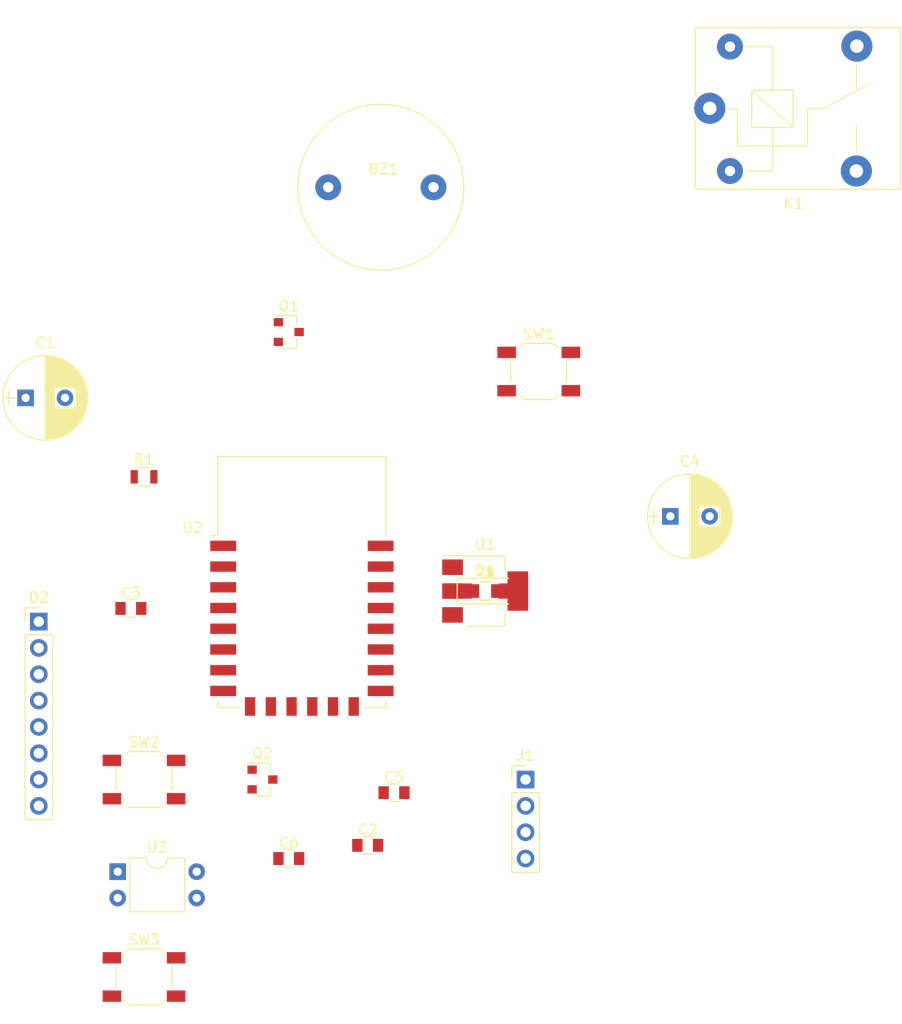
<source format=kicad_pcb>
(kicad_pcb (version 4) (host pcbnew 4.0.7)

  (general
    (links 64)
    (no_connects 61)
    (area 0 0 0 0)
    (thickness 1.6)
    (drawings 0)
    (tracks 0)
    (zones 0)
    (modules 28)
    (nets 35)
  )

  (page A4)
  (layers
    (0 F.Cu signal)
    (31 B.Cu signal)
    (32 B.Adhes user)
    (33 F.Adhes user)
    (34 B.Paste user)
    (35 F.Paste user)
    (36 B.SilkS user)
    (37 F.SilkS user)
    (38 B.Mask user)
    (39 F.Mask user)
    (40 Dwgs.User user)
    (41 Cmts.User user)
    (42 Eco1.User user)
    (43 Eco2.User user)
    (44 Edge.Cuts user)
    (45 Margin user)
    (46 B.CrtYd user)
    (47 F.CrtYd user)
    (48 B.Fab user)
    (49 F.Fab user)
  )

  (setup
    (last_trace_width 0.25)
    (trace_clearance 0.2)
    (zone_clearance 0.508)
    (zone_45_only no)
    (trace_min 0.2)
    (segment_width 0.2)
    (edge_width 0.15)
    (via_size 0.6)
    (via_drill 0.4)
    (via_min_size 0.4)
    (via_min_drill 0.3)
    (uvia_size 0.3)
    (uvia_drill 0.1)
    (uvias_allowed no)
    (uvia_min_size 0.2)
    (uvia_min_drill 0.1)
    (pcb_text_width 0.3)
    (pcb_text_size 1.5 1.5)
    (mod_edge_width 0.15)
    (mod_text_size 1 1)
    (mod_text_width 0.15)
    (pad_size 1.524 1.524)
    (pad_drill 0.762)
    (pad_to_mask_clearance 0.2)
    (aux_axis_origin 0 0)
    (visible_elements FFFFFF7F)
    (pcbplotparams
      (layerselection 0x00030_80000001)
      (usegerberextensions false)
      (excludeedgelayer true)
      (linewidth 0.100000)
      (plotframeref false)
      (viasonmask false)
      (mode 1)
      (useauxorigin false)
      (hpglpennumber 1)
      (hpglpenspeed 20)
      (hpglpendiameter 15)
      (hpglpenoverlay 2)
      (psnegative false)
      (psa4output false)
      (plotreference true)
      (plotvalue true)
      (plotinvisibletext false)
      (padsonsilk false)
      (subtractmaskfromsilk false)
      (outputformat 1)
      (mirror false)
      (drillshape 1)
      (scaleselection 1)
      (outputdirectory ""))
  )

  (net 0 "")
  (net 1 "Net-(BZ1-Pad2)")
  (net 2 +5V)
  (net 3 GNDREF)
  (net 4 +3V3)
  (net 5 /boot)
  (net 6 /def)
  (net 7 "Net-(D1-Pad2)")
  (net 8 "Net-(D2-Pad1)")
  (net 9 "Net-(D2-Pad2)")
  (net 10 "Net-(D2-Pad3)")
  (net 11 "Net-(D2-Pad4)")
  (net 12 "Net-(D2-Pad5)")
  (net 13 "Net-(D2-Pad7)")
  (net 14 "Net-(J1-Pad2)")
  (net 15 "Net-(J1-Pad3)")
  (net 16 "Net-(K1-Pad3)")
  (net 17 "Net-(K1-Pad4)")
  (net 18 "Net-(K1-Pad1)")
  (net 19 "Net-(Q1-Pad1)")
  (net 20 "Net-(Q2-Pad1)")
  (net 21 "Net-(R1-Pad2)")
  (net 22 "Net-(R2-Pad2)")
  (net 23 "Net-(R3-Pad1)")
  (net 24 "Net-(R6-Pad2)")
  (net 25 "Net-(R7-Pad2)")
  (net 26 "Net-(R9-Pad2)")
  (net 27 "Net-(SW3-Pad1)")
  (net 28 "Net-(U2-Pad2)")
  (net 29 "Net-(U2-Pad17)")
  (net 30 "Net-(U2-Pad18)")
  (net 31 "Net-(U2-Pad19)")
  (net 32 "Net-(U2-Pad20)")
  (net 33 "Net-(U2-Pad21)")
  (net 34 "Net-(U2-Pad22)")

  (net_class Default "Это класс цепей по умолчанию."
    (clearance 0.2)
    (trace_width 0.25)
    (via_dia 0.6)
    (via_drill 0.4)
    (uvia_dia 0.3)
    (uvia_drill 0.1)
    (add_net +3V3)
    (add_net +5V)
    (add_net /boot)
    (add_net /def)
    (add_net GNDREF)
    (add_net "Net-(BZ1-Pad2)")
    (add_net "Net-(D1-Pad2)")
    (add_net "Net-(D2-Pad1)")
    (add_net "Net-(D2-Pad2)")
    (add_net "Net-(D2-Pad3)")
    (add_net "Net-(D2-Pad4)")
    (add_net "Net-(D2-Pad5)")
    (add_net "Net-(D2-Pad7)")
    (add_net "Net-(J1-Pad2)")
    (add_net "Net-(J1-Pad3)")
    (add_net "Net-(K1-Pad1)")
    (add_net "Net-(K1-Pad3)")
    (add_net "Net-(K1-Pad4)")
    (add_net "Net-(Q1-Pad1)")
    (add_net "Net-(Q2-Pad1)")
    (add_net "Net-(R1-Pad2)")
    (add_net "Net-(R2-Pad2)")
    (add_net "Net-(R3-Pad1)")
    (add_net "Net-(R6-Pad2)")
    (add_net "Net-(R7-Pad2)")
    (add_net "Net-(R9-Pad2)")
    (add_net "Net-(SW3-Pad1)")
    (add_net "Net-(U2-Pad17)")
    (add_net "Net-(U2-Pad18)")
    (add_net "Net-(U2-Pad19)")
    (add_net "Net-(U2-Pad2)")
    (add_net "Net-(U2-Pad20)")
    (add_net "Net-(U2-Pad21)")
    (add_net "Net-(U2-Pad22)")
  )

  (module Buzzers_Beepers:BUZZER (layer F.Cu) (tedit 0) (tstamp 5AECC6FC)
    (at 138.43 66.04)
    (path /5AED2A9B)
    (fp_text reference BZ1 (at 0.24892 -1.75006) (layer F.SilkS)
      (effects (font (size 1 1) (thickness 0.15)))
    )
    (fp_text value Buzzer (at 0 1.50114) (layer F.Fab)
      (effects (font (size 1 1) (thickness 0.15)))
    )
    (fp_circle (center 0 0) (end 8.001 0.24892) (layer F.SilkS) (width 0.12))
    (pad 2 thru_hole circle (at 5.08 0) (size 2.49936 2.49936) (drill 1.00076) (layers *.Cu *.Mask)
      (net 1 "Net-(BZ1-Pad2)"))
    (pad 1 thru_hole circle (at -5.08 0) (size 2.49936 2.49936) (drill 1.00076) (layers *.Cu *.Mask)
      (net 2 +5V))
  )

  (module Capacitors_THT:CP_Radial_D8.0mm_P3.80mm (layer F.Cu) (tedit 597BC7C2) (tstamp 5AECC702)
    (at 104.14 86.36)
    (descr "CP, Radial series, Radial, pin pitch=3.80mm, , diameter=8mm, Electrolytic Capacitor")
    (tags "CP Radial series Radial pin pitch 3.80mm  diameter 8mm Electrolytic Capacitor")
    (path /5AECC82D)
    (fp_text reference C1 (at 1.9 -5.31) (layer F.SilkS)
      (effects (font (size 1 1) (thickness 0.15)))
    )
    (fp_text value 470uF (at 1.9 5.31) (layer F.Fab)
      (effects (font (size 1 1) (thickness 0.15)))
    )
    (fp_circle (center 1.9 0) (end 5.9 0) (layer F.Fab) (width 0.1))
    (fp_circle (center 1.9 0) (end 5.99 0) (layer F.SilkS) (width 0.12))
    (fp_line (start -2.2 0) (end -1 0) (layer F.Fab) (width 0.1))
    (fp_line (start -1.6 -0.65) (end -1.6 0.65) (layer F.Fab) (width 0.1))
    (fp_line (start 1.9 -4.05) (end 1.9 4.05) (layer F.SilkS) (width 0.12))
    (fp_line (start 1.94 -4.05) (end 1.94 4.05) (layer F.SilkS) (width 0.12))
    (fp_line (start 1.98 -4.05) (end 1.98 4.05) (layer F.SilkS) (width 0.12))
    (fp_line (start 2.02 -4.049) (end 2.02 4.049) (layer F.SilkS) (width 0.12))
    (fp_line (start 2.06 -4.047) (end 2.06 4.047) (layer F.SilkS) (width 0.12))
    (fp_line (start 2.1 -4.046) (end 2.1 4.046) (layer F.SilkS) (width 0.12))
    (fp_line (start 2.14 -4.043) (end 2.14 4.043) (layer F.SilkS) (width 0.12))
    (fp_line (start 2.18 -4.041) (end 2.18 4.041) (layer F.SilkS) (width 0.12))
    (fp_line (start 2.22 -4.038) (end 2.22 4.038) (layer F.SilkS) (width 0.12))
    (fp_line (start 2.26 -4.035) (end 2.26 4.035) (layer F.SilkS) (width 0.12))
    (fp_line (start 2.3 -4.031) (end 2.3 4.031) (layer F.SilkS) (width 0.12))
    (fp_line (start 2.34 -4.027) (end 2.34 4.027) (layer F.SilkS) (width 0.12))
    (fp_line (start 2.38 -4.022) (end 2.38 4.022) (layer F.SilkS) (width 0.12))
    (fp_line (start 2.42 -4.017) (end 2.42 4.017) (layer F.SilkS) (width 0.12))
    (fp_line (start 2.46 -4.012) (end 2.46 4.012) (layer F.SilkS) (width 0.12))
    (fp_line (start 2.5 -4.006) (end 2.5 4.006) (layer F.SilkS) (width 0.12))
    (fp_line (start 2.54 -4) (end 2.54 4) (layer F.SilkS) (width 0.12))
    (fp_line (start 2.58 -3.994) (end 2.58 3.994) (layer F.SilkS) (width 0.12))
    (fp_line (start 2.621 -3.987) (end 2.621 3.987) (layer F.SilkS) (width 0.12))
    (fp_line (start 2.661 -3.979) (end 2.661 3.979) (layer F.SilkS) (width 0.12))
    (fp_line (start 2.701 -3.971) (end 2.701 3.971) (layer F.SilkS) (width 0.12))
    (fp_line (start 2.741 -3.963) (end 2.741 3.963) (layer F.SilkS) (width 0.12))
    (fp_line (start 2.781 -3.955) (end 2.781 3.955) (layer F.SilkS) (width 0.12))
    (fp_line (start 2.821 -3.946) (end 2.821 -0.98) (layer F.SilkS) (width 0.12))
    (fp_line (start 2.821 0.98) (end 2.821 3.946) (layer F.SilkS) (width 0.12))
    (fp_line (start 2.861 -3.936) (end 2.861 -0.98) (layer F.SilkS) (width 0.12))
    (fp_line (start 2.861 0.98) (end 2.861 3.936) (layer F.SilkS) (width 0.12))
    (fp_line (start 2.901 -3.926) (end 2.901 -0.98) (layer F.SilkS) (width 0.12))
    (fp_line (start 2.901 0.98) (end 2.901 3.926) (layer F.SilkS) (width 0.12))
    (fp_line (start 2.941 -3.916) (end 2.941 -0.98) (layer F.SilkS) (width 0.12))
    (fp_line (start 2.941 0.98) (end 2.941 3.916) (layer F.SilkS) (width 0.12))
    (fp_line (start 2.981 -3.905) (end 2.981 -0.98) (layer F.SilkS) (width 0.12))
    (fp_line (start 2.981 0.98) (end 2.981 3.905) (layer F.SilkS) (width 0.12))
    (fp_line (start 3.021 -3.894) (end 3.021 -0.98) (layer F.SilkS) (width 0.12))
    (fp_line (start 3.021 0.98) (end 3.021 3.894) (layer F.SilkS) (width 0.12))
    (fp_line (start 3.061 -3.883) (end 3.061 -0.98) (layer F.SilkS) (width 0.12))
    (fp_line (start 3.061 0.98) (end 3.061 3.883) (layer F.SilkS) (width 0.12))
    (fp_line (start 3.101 -3.87) (end 3.101 -0.98) (layer F.SilkS) (width 0.12))
    (fp_line (start 3.101 0.98) (end 3.101 3.87) (layer F.SilkS) (width 0.12))
    (fp_line (start 3.141 -3.858) (end 3.141 -0.98) (layer F.SilkS) (width 0.12))
    (fp_line (start 3.141 0.98) (end 3.141 3.858) (layer F.SilkS) (width 0.12))
    (fp_line (start 3.181 -3.845) (end 3.181 -0.98) (layer F.SilkS) (width 0.12))
    (fp_line (start 3.181 0.98) (end 3.181 3.845) (layer F.SilkS) (width 0.12))
    (fp_line (start 3.221 -3.832) (end 3.221 -0.98) (layer F.SilkS) (width 0.12))
    (fp_line (start 3.221 0.98) (end 3.221 3.832) (layer F.SilkS) (width 0.12))
    (fp_line (start 3.261 -3.818) (end 3.261 -0.98) (layer F.SilkS) (width 0.12))
    (fp_line (start 3.261 0.98) (end 3.261 3.818) (layer F.SilkS) (width 0.12))
    (fp_line (start 3.301 -3.803) (end 3.301 -0.98) (layer F.SilkS) (width 0.12))
    (fp_line (start 3.301 0.98) (end 3.301 3.803) (layer F.SilkS) (width 0.12))
    (fp_line (start 3.341 -3.789) (end 3.341 -0.98) (layer F.SilkS) (width 0.12))
    (fp_line (start 3.341 0.98) (end 3.341 3.789) (layer F.SilkS) (width 0.12))
    (fp_line (start 3.381 -3.773) (end 3.381 -0.98) (layer F.SilkS) (width 0.12))
    (fp_line (start 3.381 0.98) (end 3.381 3.773) (layer F.SilkS) (width 0.12))
    (fp_line (start 3.421 -3.758) (end 3.421 -0.98) (layer F.SilkS) (width 0.12))
    (fp_line (start 3.421 0.98) (end 3.421 3.758) (layer F.SilkS) (width 0.12))
    (fp_line (start 3.461 -3.741) (end 3.461 -0.98) (layer F.SilkS) (width 0.12))
    (fp_line (start 3.461 0.98) (end 3.461 3.741) (layer F.SilkS) (width 0.12))
    (fp_line (start 3.501 -3.725) (end 3.501 -0.98) (layer F.SilkS) (width 0.12))
    (fp_line (start 3.501 0.98) (end 3.501 3.725) (layer F.SilkS) (width 0.12))
    (fp_line (start 3.541 -3.707) (end 3.541 -0.98) (layer F.SilkS) (width 0.12))
    (fp_line (start 3.541 0.98) (end 3.541 3.707) (layer F.SilkS) (width 0.12))
    (fp_line (start 3.581 -3.69) (end 3.581 -0.98) (layer F.SilkS) (width 0.12))
    (fp_line (start 3.581 0.98) (end 3.581 3.69) (layer F.SilkS) (width 0.12))
    (fp_line (start 3.621 -3.671) (end 3.621 -0.98) (layer F.SilkS) (width 0.12))
    (fp_line (start 3.621 0.98) (end 3.621 3.671) (layer F.SilkS) (width 0.12))
    (fp_line (start 3.661 -3.652) (end 3.661 -0.98) (layer F.SilkS) (width 0.12))
    (fp_line (start 3.661 0.98) (end 3.661 3.652) (layer F.SilkS) (width 0.12))
    (fp_line (start 3.701 -3.633) (end 3.701 -0.98) (layer F.SilkS) (width 0.12))
    (fp_line (start 3.701 0.98) (end 3.701 3.633) (layer F.SilkS) (width 0.12))
    (fp_line (start 3.741 -3.613) (end 3.741 -0.98) (layer F.SilkS) (width 0.12))
    (fp_line (start 3.741 0.98) (end 3.741 3.613) (layer F.SilkS) (width 0.12))
    (fp_line (start 3.781 -3.593) (end 3.781 -0.98) (layer F.SilkS) (width 0.12))
    (fp_line (start 3.781 0.98) (end 3.781 3.593) (layer F.SilkS) (width 0.12))
    (fp_line (start 3.821 -3.572) (end 3.821 -0.98) (layer F.SilkS) (width 0.12))
    (fp_line (start 3.821 0.98) (end 3.821 3.572) (layer F.SilkS) (width 0.12))
    (fp_line (start 3.861 -3.55) (end 3.861 -0.98) (layer F.SilkS) (width 0.12))
    (fp_line (start 3.861 0.98) (end 3.861 3.55) (layer F.SilkS) (width 0.12))
    (fp_line (start 3.901 -3.528) (end 3.901 -0.98) (layer F.SilkS) (width 0.12))
    (fp_line (start 3.901 0.98) (end 3.901 3.528) (layer F.SilkS) (width 0.12))
    (fp_line (start 3.941 -3.505) (end 3.941 -0.98) (layer F.SilkS) (width 0.12))
    (fp_line (start 3.941 0.98) (end 3.941 3.505) (layer F.SilkS) (width 0.12))
    (fp_line (start 3.981 -3.482) (end 3.981 -0.98) (layer F.SilkS) (width 0.12))
    (fp_line (start 3.981 0.98) (end 3.981 3.482) (layer F.SilkS) (width 0.12))
    (fp_line (start 4.021 -3.458) (end 4.021 -0.98) (layer F.SilkS) (width 0.12))
    (fp_line (start 4.021 0.98) (end 4.021 3.458) (layer F.SilkS) (width 0.12))
    (fp_line (start 4.061 -3.434) (end 4.061 -0.98) (layer F.SilkS) (width 0.12))
    (fp_line (start 4.061 0.98) (end 4.061 3.434) (layer F.SilkS) (width 0.12))
    (fp_line (start 4.101 -3.408) (end 4.101 -0.98) (layer F.SilkS) (width 0.12))
    (fp_line (start 4.101 0.98) (end 4.101 3.408) (layer F.SilkS) (width 0.12))
    (fp_line (start 4.141 -3.383) (end 4.141 -0.98) (layer F.SilkS) (width 0.12))
    (fp_line (start 4.141 0.98) (end 4.141 3.383) (layer F.SilkS) (width 0.12))
    (fp_line (start 4.181 -3.356) (end 4.181 -0.98) (layer F.SilkS) (width 0.12))
    (fp_line (start 4.181 0.98) (end 4.181 3.356) (layer F.SilkS) (width 0.12))
    (fp_line (start 4.221 -3.329) (end 4.221 -0.98) (layer F.SilkS) (width 0.12))
    (fp_line (start 4.221 0.98) (end 4.221 3.329) (layer F.SilkS) (width 0.12))
    (fp_line (start 4.261 -3.301) (end 4.261 -0.98) (layer F.SilkS) (width 0.12))
    (fp_line (start 4.261 0.98) (end 4.261 3.301) (layer F.SilkS) (width 0.12))
    (fp_line (start 4.301 -3.272) (end 4.301 -0.98) (layer F.SilkS) (width 0.12))
    (fp_line (start 4.301 0.98) (end 4.301 3.272) (layer F.SilkS) (width 0.12))
    (fp_line (start 4.341 -3.243) (end 4.341 -0.98) (layer F.SilkS) (width 0.12))
    (fp_line (start 4.341 0.98) (end 4.341 3.243) (layer F.SilkS) (width 0.12))
    (fp_line (start 4.381 -3.213) (end 4.381 -0.98) (layer F.SilkS) (width 0.12))
    (fp_line (start 4.381 0.98) (end 4.381 3.213) (layer F.SilkS) (width 0.12))
    (fp_line (start 4.421 -3.182) (end 4.421 -0.98) (layer F.SilkS) (width 0.12))
    (fp_line (start 4.421 0.98) (end 4.421 3.182) (layer F.SilkS) (width 0.12))
    (fp_line (start 4.461 -3.15) (end 4.461 -0.98) (layer F.SilkS) (width 0.12))
    (fp_line (start 4.461 0.98) (end 4.461 3.15) (layer F.SilkS) (width 0.12))
    (fp_line (start 4.501 -3.118) (end 4.501 -0.98) (layer F.SilkS) (width 0.12))
    (fp_line (start 4.501 0.98) (end 4.501 3.118) (layer F.SilkS) (width 0.12))
    (fp_line (start 4.541 -3.084) (end 4.541 -0.98) (layer F.SilkS) (width 0.12))
    (fp_line (start 4.541 0.98) (end 4.541 3.084) (layer F.SilkS) (width 0.12))
    (fp_line (start 4.581 -3.05) (end 4.581 -0.98) (layer F.SilkS) (width 0.12))
    (fp_line (start 4.581 0.98) (end 4.581 3.05) (layer F.SilkS) (width 0.12))
    (fp_line (start 4.621 -3.015) (end 4.621 -0.98) (layer F.SilkS) (width 0.12))
    (fp_line (start 4.621 0.98) (end 4.621 3.015) (layer F.SilkS) (width 0.12))
    (fp_line (start 4.661 -2.979) (end 4.661 -0.98) (layer F.SilkS) (width 0.12))
    (fp_line (start 4.661 0.98) (end 4.661 2.979) (layer F.SilkS) (width 0.12))
    (fp_line (start 4.701 -2.942) (end 4.701 -0.98) (layer F.SilkS) (width 0.12))
    (fp_line (start 4.701 0.98) (end 4.701 2.942) (layer F.SilkS) (width 0.12))
    (fp_line (start 4.741 -2.904) (end 4.741 -0.98) (layer F.SilkS) (width 0.12))
    (fp_line (start 4.741 0.98) (end 4.741 2.904) (layer F.SilkS) (width 0.12))
    (fp_line (start 4.781 -2.865) (end 4.781 2.865) (layer F.SilkS) (width 0.12))
    (fp_line (start 4.821 -2.824) (end 4.821 2.824) (layer F.SilkS) (width 0.12))
    (fp_line (start 4.861 -2.783) (end 4.861 2.783) (layer F.SilkS) (width 0.12))
    (fp_line (start 4.901 -2.74) (end 4.901 2.74) (layer F.SilkS) (width 0.12))
    (fp_line (start 4.941 -2.697) (end 4.941 2.697) (layer F.SilkS) (width 0.12))
    (fp_line (start 4.981 -2.652) (end 4.981 2.652) (layer F.SilkS) (width 0.12))
    (fp_line (start 5.021 -2.605) (end 5.021 2.605) (layer F.SilkS) (width 0.12))
    (fp_line (start 5.061 -2.557) (end 5.061 2.557) (layer F.SilkS) (width 0.12))
    (fp_line (start 5.101 -2.508) (end 5.101 2.508) (layer F.SilkS) (width 0.12))
    (fp_line (start 5.141 -2.457) (end 5.141 2.457) (layer F.SilkS) (width 0.12))
    (fp_line (start 5.181 -2.404) (end 5.181 2.404) (layer F.SilkS) (width 0.12))
    (fp_line (start 5.221 -2.349) (end 5.221 2.349) (layer F.SilkS) (width 0.12))
    (fp_line (start 5.261 -2.293) (end 5.261 2.293) (layer F.SilkS) (width 0.12))
    (fp_line (start 5.301 -2.234) (end 5.301 2.234) (layer F.SilkS) (width 0.12))
    (fp_line (start 5.341 -2.173) (end 5.341 2.173) (layer F.SilkS) (width 0.12))
    (fp_line (start 5.381 -2.109) (end 5.381 2.109) (layer F.SilkS) (width 0.12))
    (fp_line (start 5.421 -2.043) (end 5.421 2.043) (layer F.SilkS) (width 0.12))
    (fp_line (start 5.461 -1.974) (end 5.461 1.974) (layer F.SilkS) (width 0.12))
    (fp_line (start 5.501 -1.902) (end 5.501 1.902) (layer F.SilkS) (width 0.12))
    (fp_line (start 5.541 -1.826) (end 5.541 1.826) (layer F.SilkS) (width 0.12))
    (fp_line (start 5.581 -1.745) (end 5.581 1.745) (layer F.SilkS) (width 0.12))
    (fp_line (start 5.621 -1.66) (end 5.621 1.66) (layer F.SilkS) (width 0.12))
    (fp_line (start 5.661 -1.57) (end 5.661 1.57) (layer F.SilkS) (width 0.12))
    (fp_line (start 5.701 -1.473) (end 5.701 1.473) (layer F.SilkS) (width 0.12))
    (fp_line (start 5.741 -1.369) (end 5.741 1.369) (layer F.SilkS) (width 0.12))
    (fp_line (start 5.781 -1.254) (end 5.781 1.254) (layer F.SilkS) (width 0.12))
    (fp_line (start 5.821 -1.127) (end 5.821 1.127) (layer F.SilkS) (width 0.12))
    (fp_line (start 5.861 -0.983) (end 5.861 0.983) (layer F.SilkS) (width 0.12))
    (fp_line (start 5.901 -0.814) (end 5.901 0.814) (layer F.SilkS) (width 0.12))
    (fp_line (start 5.941 -0.598) (end 5.941 0.598) (layer F.SilkS) (width 0.12))
    (fp_line (start 5.981 -0.246) (end 5.981 0.246) (layer F.SilkS) (width 0.12))
    (fp_line (start -2.2 0) (end -1 0) (layer F.SilkS) (width 0.12))
    (fp_line (start -1.6 -0.65) (end -1.6 0.65) (layer F.SilkS) (width 0.12))
    (fp_line (start -2.45 -4.35) (end -2.45 4.35) (layer F.CrtYd) (width 0.05))
    (fp_line (start -2.45 4.35) (end 6.25 4.35) (layer F.CrtYd) (width 0.05))
    (fp_line (start 6.25 4.35) (end 6.25 -4.35) (layer F.CrtYd) (width 0.05))
    (fp_line (start 6.25 -4.35) (end -2.45 -4.35) (layer F.CrtYd) (width 0.05))
    (fp_text user %R (at 1.9 0) (layer F.Fab)
      (effects (font (size 1 1) (thickness 0.15)))
    )
    (pad 1 thru_hole rect (at 0 0) (size 1.6 1.6) (drill 0.8) (layers *.Cu *.Mask)
      (net 2 +5V))
    (pad 2 thru_hole circle (at 3.8 0) (size 1.6 1.6) (drill 0.8) (layers *.Cu *.Mask)
      (net 3 GNDREF))
    (model ${KISYS3DMOD}/Capacitors_THT.3dshapes/CP_Radial_D8.0mm_P3.80mm.wrl
      (at (xyz 0 0 0))
      (scale (xyz 1 1 1))
      (rotate (xyz 0 0 0))
    )
  )

  (module Capacitors_SMD:C_0805 (layer F.Cu) (tedit 58AA8463) (tstamp 5AECC713)
    (at 137.16 129.54)
    (descr "Capacitor SMD 0805, reflow soldering, AVX (see smccp.pdf)")
    (tags "capacitor 0805")
    (path /5AECC4A2)
    (attr smd)
    (fp_text reference C2 (at 0 -1.5) (layer F.SilkS)
      (effects (font (size 1 1) (thickness 0.15)))
    )
    (fp_text value 100n (at 0 1.75) (layer F.Fab)
      (effects (font (size 1 1) (thickness 0.15)))
    )
    (fp_text user %R (at 0 -1.5) (layer F.Fab)
      (effects (font (size 1 1) (thickness 0.15)))
    )
    (fp_line (start -1 0.62) (end -1 -0.62) (layer F.Fab) (width 0.1))
    (fp_line (start 1 0.62) (end -1 0.62) (layer F.Fab) (width 0.1))
    (fp_line (start 1 -0.62) (end 1 0.62) (layer F.Fab) (width 0.1))
    (fp_line (start -1 -0.62) (end 1 -0.62) (layer F.Fab) (width 0.1))
    (fp_line (start 0.5 -0.85) (end -0.5 -0.85) (layer F.SilkS) (width 0.12))
    (fp_line (start -0.5 0.85) (end 0.5 0.85) (layer F.SilkS) (width 0.12))
    (fp_line (start -1.75 -0.88) (end 1.75 -0.88) (layer F.CrtYd) (width 0.05))
    (fp_line (start -1.75 -0.88) (end -1.75 0.87) (layer F.CrtYd) (width 0.05))
    (fp_line (start 1.75 0.87) (end 1.75 -0.88) (layer F.CrtYd) (width 0.05))
    (fp_line (start 1.75 0.87) (end -1.75 0.87) (layer F.CrtYd) (width 0.05))
    (pad 1 smd rect (at -1 0) (size 1 1.25) (layers F.Cu F.Paste F.Mask)
      (net 2 +5V))
    (pad 2 smd rect (at 1 0) (size 1 1.25) (layers F.Cu F.Paste F.Mask)
      (net 3 GNDREF))
    (model Capacitors_SMD.3dshapes/C_0805.wrl
      (at (xyz 0 0 0))
      (scale (xyz 1 1 1))
      (rotate (xyz 0 0 0))
    )
  )

  (module Capacitors_SMD:C_0805 (layer F.Cu) (tedit 58AA8463) (tstamp 5AECC724)
    (at 114.3 106.68)
    (descr "Capacitor SMD 0805, reflow soldering, AVX (see smccp.pdf)")
    (tags "capacitor 0805")
    (path /5AECC55A)
    (attr smd)
    (fp_text reference C3 (at 0 -1.5) (layer F.SilkS)
      (effects (font (size 1 1) (thickness 0.15)))
    )
    (fp_text value 100n (at 0 1.75) (layer F.Fab)
      (effects (font (size 1 1) (thickness 0.15)))
    )
    (fp_text user %R (at 0 -1.5) (layer F.Fab)
      (effects (font (size 1 1) (thickness 0.15)))
    )
    (fp_line (start -1 0.62) (end -1 -0.62) (layer F.Fab) (width 0.1))
    (fp_line (start 1 0.62) (end -1 0.62) (layer F.Fab) (width 0.1))
    (fp_line (start 1 -0.62) (end 1 0.62) (layer F.Fab) (width 0.1))
    (fp_line (start -1 -0.62) (end 1 -0.62) (layer F.Fab) (width 0.1))
    (fp_line (start 0.5 -0.85) (end -0.5 -0.85) (layer F.SilkS) (width 0.12))
    (fp_line (start -0.5 0.85) (end 0.5 0.85) (layer F.SilkS) (width 0.12))
    (fp_line (start -1.75 -0.88) (end 1.75 -0.88) (layer F.CrtYd) (width 0.05))
    (fp_line (start -1.75 -0.88) (end -1.75 0.87) (layer F.CrtYd) (width 0.05))
    (fp_line (start 1.75 0.87) (end 1.75 -0.88) (layer F.CrtYd) (width 0.05))
    (fp_line (start 1.75 0.87) (end -1.75 0.87) (layer F.CrtYd) (width 0.05))
    (pad 1 smd rect (at -1 0) (size 1 1.25) (layers F.Cu F.Paste F.Mask)
      (net 4 +3V3))
    (pad 2 smd rect (at 1 0) (size 1 1.25) (layers F.Cu F.Paste F.Mask)
      (net 3 GNDREF))
    (model Capacitors_SMD.3dshapes/C_0805.wrl
      (at (xyz 0 0 0))
      (scale (xyz 1 1 1))
      (rotate (xyz 0 0 0))
    )
  )

  (module Capacitors_THT:CP_Radial_D8.0mm_P3.80mm (layer F.Cu) (tedit 597BC7C2) (tstamp 5AECC72A)
    (at 166.37 97.79)
    (descr "CP, Radial series, Radial, pin pitch=3.80mm, , diameter=8mm, Electrolytic Capacitor")
    (tags "CP Radial series Radial pin pitch 3.80mm  diameter 8mm Electrolytic Capacitor")
    (path /5AECC8D7)
    (fp_text reference C4 (at 1.9 -5.31) (layer F.SilkS)
      (effects (font (size 1 1) (thickness 0.15)))
    )
    (fp_text value 470uF (at 1.9 5.31) (layer F.Fab)
      (effects (font (size 1 1) (thickness 0.15)))
    )
    (fp_circle (center 1.9 0) (end 5.9 0) (layer F.Fab) (width 0.1))
    (fp_circle (center 1.9 0) (end 5.99 0) (layer F.SilkS) (width 0.12))
    (fp_line (start -2.2 0) (end -1 0) (layer F.Fab) (width 0.1))
    (fp_line (start -1.6 -0.65) (end -1.6 0.65) (layer F.Fab) (width 0.1))
    (fp_line (start 1.9 -4.05) (end 1.9 4.05) (layer F.SilkS) (width 0.12))
    (fp_line (start 1.94 -4.05) (end 1.94 4.05) (layer F.SilkS) (width 0.12))
    (fp_line (start 1.98 -4.05) (end 1.98 4.05) (layer F.SilkS) (width 0.12))
    (fp_line (start 2.02 -4.049) (end 2.02 4.049) (layer F.SilkS) (width 0.12))
    (fp_line (start 2.06 -4.047) (end 2.06 4.047) (layer F.SilkS) (width 0.12))
    (fp_line (start 2.1 -4.046) (end 2.1 4.046) (layer F.SilkS) (width 0.12))
    (fp_line (start 2.14 -4.043) (end 2.14 4.043) (layer F.SilkS) (width 0.12))
    (fp_line (start 2.18 -4.041) (end 2.18 4.041) (layer F.SilkS) (width 0.12))
    (fp_line (start 2.22 -4.038) (end 2.22 4.038) (layer F.SilkS) (width 0.12))
    (fp_line (start 2.26 -4.035) (end 2.26 4.035) (layer F.SilkS) (width 0.12))
    (fp_line (start 2.3 -4.031) (end 2.3 4.031) (layer F.SilkS) (width 0.12))
    (fp_line (start 2.34 -4.027) (end 2.34 4.027) (layer F.SilkS) (width 0.12))
    (fp_line (start 2.38 -4.022) (end 2.38 4.022) (layer F.SilkS) (width 0.12))
    (fp_line (start 2.42 -4.017) (end 2.42 4.017) (layer F.SilkS) (width 0.12))
    (fp_line (start 2.46 -4.012) (end 2.46 4.012) (layer F.SilkS) (width 0.12))
    (fp_line (start 2.5 -4.006) (end 2.5 4.006) (layer F.SilkS) (width 0.12))
    (fp_line (start 2.54 -4) (end 2.54 4) (layer F.SilkS) (width 0.12))
    (fp_line (start 2.58 -3.994) (end 2.58 3.994) (layer F.SilkS) (width 0.12))
    (fp_line (start 2.621 -3.987) (end 2.621 3.987) (layer F.SilkS) (width 0.12))
    (fp_line (start 2.661 -3.979) (end 2.661 3.979) (layer F.SilkS) (width 0.12))
    (fp_line (start 2.701 -3.971) (end 2.701 3.971) (layer F.SilkS) (width 0.12))
    (fp_line (start 2.741 -3.963) (end 2.741 3.963) (layer F.SilkS) (width 0.12))
    (fp_line (start 2.781 -3.955) (end 2.781 3.955) (layer F.SilkS) (width 0.12))
    (fp_line (start 2.821 -3.946) (end 2.821 -0.98) (layer F.SilkS) (width 0.12))
    (fp_line (start 2.821 0.98) (end 2.821 3.946) (layer F.SilkS) (width 0.12))
    (fp_line (start 2.861 -3.936) (end 2.861 -0.98) (layer F.SilkS) (width 0.12))
    (fp_line (start 2.861 0.98) (end 2.861 3.936) (layer F.SilkS) (width 0.12))
    (fp_line (start 2.901 -3.926) (end 2.901 -0.98) (layer F.SilkS) (width 0.12))
    (fp_line (start 2.901 0.98) (end 2.901 3.926) (layer F.SilkS) (width 0.12))
    (fp_line (start 2.941 -3.916) (end 2.941 -0.98) (layer F.SilkS) (width 0.12))
    (fp_line (start 2.941 0.98) (end 2.941 3.916) (layer F.SilkS) (width 0.12))
    (fp_line (start 2.981 -3.905) (end 2.981 -0.98) (layer F.SilkS) (width 0.12))
    (fp_line (start 2.981 0.98) (end 2.981 3.905) (layer F.SilkS) (width 0.12))
    (fp_line (start 3.021 -3.894) (end 3.021 -0.98) (layer F.SilkS) (width 0.12))
    (fp_line (start 3.021 0.98) (end 3.021 3.894) (layer F.SilkS) (width 0.12))
    (fp_line (start 3.061 -3.883) (end 3.061 -0.98) (layer F.SilkS) (width 0.12))
    (fp_line (start 3.061 0.98) (end 3.061 3.883) (layer F.SilkS) (width 0.12))
    (fp_line (start 3.101 -3.87) (end 3.101 -0.98) (layer F.SilkS) (width 0.12))
    (fp_line (start 3.101 0.98) (end 3.101 3.87) (layer F.SilkS) (width 0.12))
    (fp_line (start 3.141 -3.858) (end 3.141 -0.98) (layer F.SilkS) (width 0.12))
    (fp_line (start 3.141 0.98) (end 3.141 3.858) (layer F.SilkS) (width 0.12))
    (fp_line (start 3.181 -3.845) (end 3.181 -0.98) (layer F.SilkS) (width 0.12))
    (fp_line (start 3.181 0.98) (end 3.181 3.845) (layer F.SilkS) (width 0.12))
    (fp_line (start 3.221 -3.832) (end 3.221 -0.98) (layer F.SilkS) (width 0.12))
    (fp_line (start 3.221 0.98) (end 3.221 3.832) (layer F.SilkS) (width 0.12))
    (fp_line (start 3.261 -3.818) (end 3.261 -0.98) (layer F.SilkS) (width 0.12))
    (fp_line (start 3.261 0.98) (end 3.261 3.818) (layer F.SilkS) (width 0.12))
    (fp_line (start 3.301 -3.803) (end 3.301 -0.98) (layer F.SilkS) (width 0.12))
    (fp_line (start 3.301 0.98) (end 3.301 3.803) (layer F.SilkS) (width 0.12))
    (fp_line (start 3.341 -3.789) (end 3.341 -0.98) (layer F.SilkS) (width 0.12))
    (fp_line (start 3.341 0.98) (end 3.341 3.789) (layer F.SilkS) (width 0.12))
    (fp_line (start 3.381 -3.773) (end 3.381 -0.98) (layer F.SilkS) (width 0.12))
    (fp_line (start 3.381 0.98) (end 3.381 3.773) (layer F.SilkS) (width 0.12))
    (fp_line (start 3.421 -3.758) (end 3.421 -0.98) (layer F.SilkS) (width 0.12))
    (fp_line (start 3.421 0.98) (end 3.421 3.758) (layer F.SilkS) (width 0.12))
    (fp_line (start 3.461 -3.741) (end 3.461 -0.98) (layer F.SilkS) (width 0.12))
    (fp_line (start 3.461 0.98) (end 3.461 3.741) (layer F.SilkS) (width 0.12))
    (fp_line (start 3.501 -3.725) (end 3.501 -0.98) (layer F.SilkS) (width 0.12))
    (fp_line (start 3.501 0.98) (end 3.501 3.725) (layer F.SilkS) (width 0.12))
    (fp_line (start 3.541 -3.707) (end 3.541 -0.98) (layer F.SilkS) (width 0.12))
    (fp_line (start 3.541 0.98) (end 3.541 3.707) (layer F.SilkS) (width 0.12))
    (fp_line (start 3.581 -3.69) (end 3.581 -0.98) (layer F.SilkS) (width 0.12))
    (fp_line (start 3.581 0.98) (end 3.581 3.69) (layer F.SilkS) (width 0.12))
    (fp_line (start 3.621 -3.671) (end 3.621 -0.98) (layer F.SilkS) (width 0.12))
    (fp_line (start 3.621 0.98) (end 3.621 3.671) (layer F.SilkS) (width 0.12))
    (fp_line (start 3.661 -3.652) (end 3.661 -0.98) (layer F.SilkS) (width 0.12))
    (fp_line (start 3.661 0.98) (end 3.661 3.652) (layer F.SilkS) (width 0.12))
    (fp_line (start 3.701 -3.633) (end 3.701 -0.98) (layer F.SilkS) (width 0.12))
    (fp_line (start 3.701 0.98) (end 3.701 3.633) (layer F.SilkS) (width 0.12))
    (fp_line (start 3.741 -3.613) (end 3.741 -0.98) (layer F.SilkS) (width 0.12))
    (fp_line (start 3.741 0.98) (end 3.741 3.613) (layer F.SilkS) (width 0.12))
    (fp_line (start 3.781 -3.593) (end 3.781 -0.98) (layer F.SilkS) (width 0.12))
    (fp_line (start 3.781 0.98) (end 3.781 3.593) (layer F.SilkS) (width 0.12))
    (fp_line (start 3.821 -3.572) (end 3.821 -0.98) (layer F.SilkS) (width 0.12))
    (fp_line (start 3.821 0.98) (end 3.821 3.572) (layer F.SilkS) (width 0.12))
    (fp_line (start 3.861 -3.55) (end 3.861 -0.98) (layer F.SilkS) (width 0.12))
    (fp_line (start 3.861 0.98) (end 3.861 3.55) (layer F.SilkS) (width 0.12))
    (fp_line (start 3.901 -3.528) (end 3.901 -0.98) (layer F.SilkS) (width 0.12))
    (fp_line (start 3.901 0.98) (end 3.901 3.528) (layer F.SilkS) (width 0.12))
    (fp_line (start 3.941 -3.505) (end 3.941 -0.98) (layer F.SilkS) (width 0.12))
    (fp_line (start 3.941 0.98) (end 3.941 3.505) (layer F.SilkS) (width 0.12))
    (fp_line (start 3.981 -3.482) (end 3.981 -0.98) (layer F.SilkS) (width 0.12))
    (fp_line (start 3.981 0.98) (end 3.981 3.482) (layer F.SilkS) (width 0.12))
    (fp_line (start 4.021 -3.458) (end 4.021 -0.98) (layer F.SilkS) (width 0.12))
    (fp_line (start 4.021 0.98) (end 4.021 3.458) (layer F.SilkS) (width 0.12))
    (fp_line (start 4.061 -3.434) (end 4.061 -0.98) (layer F.SilkS) (width 0.12))
    (fp_line (start 4.061 0.98) (end 4.061 3.434) (layer F.SilkS) (width 0.12))
    (fp_line (start 4.101 -3.408) (end 4.101 -0.98) (layer F.SilkS) (width 0.12))
    (fp_line (start 4.101 0.98) (end 4.101 3.408) (layer F.SilkS) (width 0.12))
    (fp_line (start 4.141 -3.383) (end 4.141 -0.98) (layer F.SilkS) (width 0.12))
    (fp_line (start 4.141 0.98) (end 4.141 3.383) (layer F.SilkS) (width 0.12))
    (fp_line (start 4.181 -3.356) (end 4.181 -0.98) (layer F.SilkS) (width 0.12))
    (fp_line (start 4.181 0.98) (end 4.181 3.356) (layer F.SilkS) (width 0.12))
    (fp_line (start 4.221 -3.329) (end 4.221 -0.98) (layer F.SilkS) (width 0.12))
    (fp_line (start 4.221 0.98) (end 4.221 3.329) (layer F.SilkS) (width 0.12))
    (fp_line (start 4.261 -3.301) (end 4.261 -0.98) (layer F.SilkS) (width 0.12))
    (fp_line (start 4.261 0.98) (end 4.261 3.301) (layer F.SilkS) (width 0.12))
    (fp_line (start 4.301 -3.272) (end 4.301 -0.98) (layer F.SilkS) (width 0.12))
    (fp_line (start 4.301 0.98) (end 4.301 3.272) (layer F.SilkS) (width 0.12))
    (fp_line (start 4.341 -3.243) (end 4.341 -0.98) (layer F.SilkS) (width 0.12))
    (fp_line (start 4.341 0.98) (end 4.341 3.243) (layer F.SilkS) (width 0.12))
    (fp_line (start 4.381 -3.213) (end 4.381 -0.98) (layer F.SilkS) (width 0.12))
    (fp_line (start 4.381 0.98) (end 4.381 3.213) (layer F.SilkS) (width 0.12))
    (fp_line (start 4.421 -3.182) (end 4.421 -0.98) (layer F.SilkS) (width 0.12))
    (fp_line (start 4.421 0.98) (end 4.421 3.182) (layer F.SilkS) (width 0.12))
    (fp_line (start 4.461 -3.15) (end 4.461 -0.98) (layer F.SilkS) (width 0.12))
    (fp_line (start 4.461 0.98) (end 4.461 3.15) (layer F.SilkS) (width 0.12))
    (fp_line (start 4.501 -3.118) (end 4.501 -0.98) (layer F.SilkS) (width 0.12))
    (fp_line (start 4.501 0.98) (end 4.501 3.118) (layer F.SilkS) (width 0.12))
    (fp_line (start 4.541 -3.084) (end 4.541 -0.98) (layer F.SilkS) (width 0.12))
    (fp_line (start 4.541 0.98) (end 4.541 3.084) (layer F.SilkS) (width 0.12))
    (fp_line (start 4.581 -3.05) (end 4.581 -0.98) (layer F.SilkS) (width 0.12))
    (fp_line (start 4.581 0.98) (end 4.581 3.05) (layer F.SilkS) (width 0.12))
    (fp_line (start 4.621 -3.015) (end 4.621 -0.98) (layer F.SilkS) (width 0.12))
    (fp_line (start 4.621 0.98) (end 4.621 3.015) (layer F.SilkS) (width 0.12))
    (fp_line (start 4.661 -2.979) (end 4.661 -0.98) (layer F.SilkS) (width 0.12))
    (fp_line (start 4.661 0.98) (end 4.661 2.979) (layer F.SilkS) (width 0.12))
    (fp_line (start 4.701 -2.942) (end 4.701 -0.98) (layer F.SilkS) (width 0.12))
    (fp_line (start 4.701 0.98) (end 4.701 2.942) (layer F.SilkS) (width 0.12))
    (fp_line (start 4.741 -2.904) (end 4.741 -0.98) (layer F.SilkS) (width 0.12))
    (fp_line (start 4.741 0.98) (end 4.741 2.904) (layer F.SilkS) (width 0.12))
    (fp_line (start 4.781 -2.865) (end 4.781 2.865) (layer F.SilkS) (width 0.12))
    (fp_line (start 4.821 -2.824) (end 4.821 2.824) (layer F.SilkS) (width 0.12))
    (fp_line (start 4.861 -2.783) (end 4.861 2.783) (layer F.SilkS) (width 0.12))
    (fp_line (start 4.901 -2.74) (end 4.901 2.74) (layer F.SilkS) (width 0.12))
    (fp_line (start 4.941 -2.697) (end 4.941 2.697) (layer F.SilkS) (width 0.12))
    (fp_line (start 4.981 -2.652) (end 4.981 2.652) (layer F.SilkS) (width 0.12))
    (fp_line (start 5.021 -2.605) (end 5.021 2.605) (layer F.SilkS) (width 0.12))
    (fp_line (start 5.061 -2.557) (end 5.061 2.557) (layer F.SilkS) (width 0.12))
    (fp_line (start 5.101 -2.508) (end 5.101 2.508) (layer F.SilkS) (width 0.12))
    (fp_line (start 5.141 -2.457) (end 5.141 2.457) (layer F.SilkS) (width 0.12))
    (fp_line (start 5.181 -2.404) (end 5.181 2.404) (layer F.SilkS) (width 0.12))
    (fp_line (start 5.221 -2.349) (end 5.221 2.349) (layer F.SilkS) (width 0.12))
    (fp_line (start 5.261 -2.293) (end 5.261 2.293) (layer F.SilkS) (width 0.12))
    (fp_line (start 5.301 -2.234) (end 5.301 2.234) (layer F.SilkS) (width 0.12))
    (fp_line (start 5.341 -2.173) (end 5.341 2.173) (layer F.SilkS) (width 0.12))
    (fp_line (start 5.381 -2.109) (end 5.381 2.109) (layer F.SilkS) (width 0.12))
    (fp_line (start 5.421 -2.043) (end 5.421 2.043) (layer F.SilkS) (width 0.12))
    (fp_line (start 5.461 -1.974) (end 5.461 1.974) (layer F.SilkS) (width 0.12))
    (fp_line (start 5.501 -1.902) (end 5.501 1.902) (layer F.SilkS) (width 0.12))
    (fp_line (start 5.541 -1.826) (end 5.541 1.826) (layer F.SilkS) (width 0.12))
    (fp_line (start 5.581 -1.745) (end 5.581 1.745) (layer F.SilkS) (width 0.12))
    (fp_line (start 5.621 -1.66) (end 5.621 1.66) (layer F.SilkS) (width 0.12))
    (fp_line (start 5.661 -1.57) (end 5.661 1.57) (layer F.SilkS) (width 0.12))
    (fp_line (start 5.701 -1.473) (end 5.701 1.473) (layer F.SilkS) (width 0.12))
    (fp_line (start 5.741 -1.369) (end 5.741 1.369) (layer F.SilkS) (width 0.12))
    (fp_line (start 5.781 -1.254) (end 5.781 1.254) (layer F.SilkS) (width 0.12))
    (fp_line (start 5.821 -1.127) (end 5.821 1.127) (layer F.SilkS) (width 0.12))
    (fp_line (start 5.861 -0.983) (end 5.861 0.983) (layer F.SilkS) (width 0.12))
    (fp_line (start 5.901 -0.814) (end 5.901 0.814) (layer F.SilkS) (width 0.12))
    (fp_line (start 5.941 -0.598) (end 5.941 0.598) (layer F.SilkS) (width 0.12))
    (fp_line (start 5.981 -0.246) (end 5.981 0.246) (layer F.SilkS) (width 0.12))
    (fp_line (start -2.2 0) (end -1 0) (layer F.SilkS) (width 0.12))
    (fp_line (start -1.6 -0.65) (end -1.6 0.65) (layer F.SilkS) (width 0.12))
    (fp_line (start -2.45 -4.35) (end -2.45 4.35) (layer F.CrtYd) (width 0.05))
    (fp_line (start -2.45 4.35) (end 6.25 4.35) (layer F.CrtYd) (width 0.05))
    (fp_line (start 6.25 4.35) (end 6.25 -4.35) (layer F.CrtYd) (width 0.05))
    (fp_line (start 6.25 -4.35) (end -2.45 -4.35) (layer F.CrtYd) (width 0.05))
    (fp_text user %R (at 1.9 0) (layer F.Fab)
      (effects (font (size 1 1) (thickness 0.15)))
    )
    (pad 1 thru_hole rect (at 0 0) (size 1.6 1.6) (drill 0.8) (layers *.Cu *.Mask)
      (net 4 +3V3))
    (pad 2 thru_hole circle (at 3.8 0) (size 1.6 1.6) (drill 0.8) (layers *.Cu *.Mask)
      (net 3 GNDREF))
    (model ${KISYS3DMOD}/Capacitors_THT.3dshapes/CP_Radial_D8.0mm_P3.80mm.wrl
      (at (xyz 0 0 0))
      (scale (xyz 1 1 1))
      (rotate (xyz 0 0 0))
    )
  )

  (module Capacitors_SMD:C_0805 (layer F.Cu) (tedit 58AA8463) (tstamp 5AECC73B)
    (at 139.7 124.46)
    (descr "Capacitor SMD 0805, reflow soldering, AVX (see smccp.pdf)")
    (tags "capacitor 0805")
    (path /5AECB24E)
    (attr smd)
    (fp_text reference C5 (at 0 -1.5) (layer F.SilkS)
      (effects (font (size 1 1) (thickness 0.15)))
    )
    (fp_text value 100n (at 0 1.75) (layer F.Fab)
      (effects (font (size 1 1) (thickness 0.15)))
    )
    (fp_text user %R (at 0 -1.5) (layer F.Fab)
      (effects (font (size 1 1) (thickness 0.15)))
    )
    (fp_line (start -1 0.62) (end -1 -0.62) (layer F.Fab) (width 0.1))
    (fp_line (start 1 0.62) (end -1 0.62) (layer F.Fab) (width 0.1))
    (fp_line (start 1 -0.62) (end 1 0.62) (layer F.Fab) (width 0.1))
    (fp_line (start -1 -0.62) (end 1 -0.62) (layer F.Fab) (width 0.1))
    (fp_line (start 0.5 -0.85) (end -0.5 -0.85) (layer F.SilkS) (width 0.12))
    (fp_line (start -0.5 0.85) (end 0.5 0.85) (layer F.SilkS) (width 0.12))
    (fp_line (start -1.75 -0.88) (end 1.75 -0.88) (layer F.CrtYd) (width 0.05))
    (fp_line (start -1.75 -0.88) (end -1.75 0.87) (layer F.CrtYd) (width 0.05))
    (fp_line (start 1.75 0.87) (end 1.75 -0.88) (layer F.CrtYd) (width 0.05))
    (fp_line (start 1.75 0.87) (end -1.75 0.87) (layer F.CrtYd) (width 0.05))
    (pad 1 smd rect (at -1 0) (size 1 1.25) (layers F.Cu F.Paste F.Mask)
      (net 5 /boot))
    (pad 2 smd rect (at 1 0) (size 1 1.25) (layers F.Cu F.Paste F.Mask)
      (net 3 GNDREF))
    (model Capacitors_SMD.3dshapes/C_0805.wrl
      (at (xyz 0 0 0))
      (scale (xyz 1 1 1))
      (rotate (xyz 0 0 0))
    )
  )

  (module Capacitors_SMD:C_0805 (layer F.Cu) (tedit 58AA8463) (tstamp 5AECC74C)
    (at 129.54 130.81)
    (descr "Capacitor SMD 0805, reflow soldering, AVX (see smccp.pdf)")
    (tags "capacitor 0805")
    (path /5AECB37D)
    (attr smd)
    (fp_text reference C6 (at 0 -1.5) (layer F.SilkS)
      (effects (font (size 1 1) (thickness 0.15)))
    )
    (fp_text value 100n (at 0 1.75) (layer F.Fab)
      (effects (font (size 1 1) (thickness 0.15)))
    )
    (fp_text user %R (at 0 -1.5) (layer F.Fab)
      (effects (font (size 1 1) (thickness 0.15)))
    )
    (fp_line (start -1 0.62) (end -1 -0.62) (layer F.Fab) (width 0.1))
    (fp_line (start 1 0.62) (end -1 0.62) (layer F.Fab) (width 0.1))
    (fp_line (start 1 -0.62) (end 1 0.62) (layer F.Fab) (width 0.1))
    (fp_line (start -1 -0.62) (end 1 -0.62) (layer F.Fab) (width 0.1))
    (fp_line (start 0.5 -0.85) (end -0.5 -0.85) (layer F.SilkS) (width 0.12))
    (fp_line (start -0.5 0.85) (end 0.5 0.85) (layer F.SilkS) (width 0.12))
    (fp_line (start -1.75 -0.88) (end 1.75 -0.88) (layer F.CrtYd) (width 0.05))
    (fp_line (start -1.75 -0.88) (end -1.75 0.87) (layer F.CrtYd) (width 0.05))
    (fp_line (start 1.75 0.87) (end 1.75 -0.88) (layer F.CrtYd) (width 0.05))
    (fp_line (start 1.75 0.87) (end -1.75 0.87) (layer F.CrtYd) (width 0.05))
    (pad 1 smd rect (at -1 0) (size 1 1.25) (layers F.Cu F.Paste F.Mask)
      (net 6 /def))
    (pad 2 smd rect (at 1 0) (size 1 1.25) (layers F.Cu F.Paste F.Mask)
      (net 3 GNDREF))
    (model Capacitors_SMD.3dshapes/C_0805.wrl
      (at (xyz 0 0 0))
      (scale (xyz 1 1 1))
      (rotate (xyz 0 0 0))
    )
  )

  (module Diodes_SMD:D_2010 (layer F.Cu) (tedit 590CF099) (tstamp 5AECC764)
    (at 148.5011 105.0036)
    (descr "Diode SMD 2010, reflow soldering http://datasheets.avx.com/schottky.pdf")
    (tags "Diode 2010")
    (path /5AED17DB)
    (attr smd)
    (fp_text reference D1 (at 0 -2) (layer F.SilkS)
      (effects (font (size 1 1) (thickness 0.15)))
    )
    (fp_text value D (at 0 2.1) (layer F.Fab)
      (effects (font (size 1 1) (thickness 0.15)))
    )
    (fp_text user %R (at 0 -2) (layer F.Fab)
      (effects (font (size 1 1) (thickness 0.15)))
    )
    (fp_line (start -2.7 -1.24) (end -2.7 1.24) (layer F.SilkS) (width 0.12))
    (fp_line (start 2.25 1.1) (end -2.25 1.1) (layer F.Fab) (width 0.1))
    (fp_line (start -2.25 1.1) (end -2.25 -1.1) (layer F.Fab) (width 0.1))
    (fp_line (start 2.25 -1.1) (end 2.25 1.1) (layer F.Fab) (width 0.1))
    (fp_line (start 2.25 -1.1) (end -2.25 -1.1) (layer F.Fab) (width 0.1))
    (fp_line (start -2.81 -1.35) (end 2.81 -1.35) (layer F.CrtYd) (width 0.05))
    (fp_line (start -2.81 1.35) (end -2.81 -1.35) (layer F.CrtYd) (width 0.05))
    (fp_line (start -0.64944 0) (end -1.24 0) (layer F.Fab) (width 0.1))
    (fp_line (start 0.50118 0) (end 1.4994 0) (layer F.Fab) (width 0.1))
    (fp_line (start -0.64944 -0.79908) (end -0.64944 0.80112) (layer F.Fab) (width 0.1))
    (fp_line (start 0.50118 0.75032) (end 0.50118 -0.79908) (layer F.Fab) (width 0.1))
    (fp_line (start -0.64944 0) (end 0.50118 0.75032) (layer F.Fab) (width 0.1))
    (fp_line (start -0.64944 0) (end 0.50118 -0.79908) (layer F.Fab) (width 0.1))
    (fp_line (start -2.7 -1.24) (end 2.25 -1.24) (layer F.SilkS) (width 0.12))
    (fp_line (start -2.7 1.24) (end 2.25 1.24) (layer F.SilkS) (width 0.12))
    (fp_line (start 2.81 1.35) (end 2.81 -1.35) (layer F.CrtYd) (width 0.05))
    (fp_line (start -2.81 1.35) (end 2.81 1.35) (layer F.CrtYd) (width 0.05))
    (pad 1 smd rect (at -1.935 0) (size 1.27 1.47) (layers F.Cu F.Paste F.Mask)
      (net 2 +5V))
    (pad 2 smd rect (at 1.935 0) (size 1.27 1.47) (layers F.Cu F.Paste F.Mask)
      (net 7 "Net-(D1-Pad2)"))
    (model ${KISYS3DMOD}/Diodes_SMD.3dshapes/D_2010.wrl
      (at (xyz 0 0 0))
      (scale (xyz 1 1 1))
      (rotate (xyz 0 0 0))
    )
  )

  (module Pin_Headers:Pin_Header_Straight_1x08_Pitch2.54mm (layer F.Cu) (tedit 59650532) (tstamp 5AECC780)
    (at 105.41 107.95)
    (descr "Through hole straight pin header, 1x08, 2.54mm pitch, single row")
    (tags "Through hole pin header THT 1x08 2.54mm single row")
    (path /5AED0777)
    (fp_text reference D2 (at 0 -2.33) (layer F.SilkS)
      (effects (font (size 1 1) (thickness 0.15)))
    )
    (fp_text value RC522 (at 0 20.11) (layer F.Fab)
      (effects (font (size 1 1) (thickness 0.15)))
    )
    (fp_line (start -0.635 -1.27) (end 1.27 -1.27) (layer F.Fab) (width 0.1))
    (fp_line (start 1.27 -1.27) (end 1.27 19.05) (layer F.Fab) (width 0.1))
    (fp_line (start 1.27 19.05) (end -1.27 19.05) (layer F.Fab) (width 0.1))
    (fp_line (start -1.27 19.05) (end -1.27 -0.635) (layer F.Fab) (width 0.1))
    (fp_line (start -1.27 -0.635) (end -0.635 -1.27) (layer F.Fab) (width 0.1))
    (fp_line (start -1.33 19.11) (end 1.33 19.11) (layer F.SilkS) (width 0.12))
    (fp_line (start -1.33 1.27) (end -1.33 19.11) (layer F.SilkS) (width 0.12))
    (fp_line (start 1.33 1.27) (end 1.33 19.11) (layer F.SilkS) (width 0.12))
    (fp_line (start -1.33 1.27) (end 1.33 1.27) (layer F.SilkS) (width 0.12))
    (fp_line (start -1.33 0) (end -1.33 -1.33) (layer F.SilkS) (width 0.12))
    (fp_line (start -1.33 -1.33) (end 0 -1.33) (layer F.SilkS) (width 0.12))
    (fp_line (start -1.8 -1.8) (end -1.8 19.55) (layer F.CrtYd) (width 0.05))
    (fp_line (start -1.8 19.55) (end 1.8 19.55) (layer F.CrtYd) (width 0.05))
    (fp_line (start 1.8 19.55) (end 1.8 -1.8) (layer F.CrtYd) (width 0.05))
    (fp_line (start 1.8 -1.8) (end -1.8 -1.8) (layer F.CrtYd) (width 0.05))
    (fp_text user %R (at 0 8.89 90) (layer F.Fab)
      (effects (font (size 1 1) (thickness 0.15)))
    )
    (pad 1 thru_hole rect (at 0 0) (size 1.7 1.7) (drill 1) (layers *.Cu *.Mask)
      (net 8 "Net-(D2-Pad1)"))
    (pad 2 thru_hole oval (at 0 2.54) (size 1.7 1.7) (drill 1) (layers *.Cu *.Mask)
      (net 9 "Net-(D2-Pad2)"))
    (pad 3 thru_hole oval (at 0 5.08) (size 1.7 1.7) (drill 1) (layers *.Cu *.Mask)
      (net 10 "Net-(D2-Pad3)"))
    (pad 4 thru_hole oval (at 0 7.62) (size 1.7 1.7) (drill 1) (layers *.Cu *.Mask)
      (net 11 "Net-(D2-Pad4)"))
    (pad 5 thru_hole oval (at 0 10.16) (size 1.7 1.7) (drill 1) (layers *.Cu *.Mask)
      (net 12 "Net-(D2-Pad5)"))
    (pad 6 thru_hole oval (at 0 12.7) (size 1.7 1.7) (drill 1) (layers *.Cu *.Mask)
      (net 3 GNDREF))
    (pad 7 thru_hole oval (at 0 15.24) (size 1.7 1.7) (drill 1) (layers *.Cu *.Mask)
      (net 13 "Net-(D2-Pad7)"))
    (pad 8 thru_hole oval (at 0 17.78) (size 1.7 1.7) (drill 1) (layers *.Cu *.Mask)
      (net 4 +3V3))
    (model ${KISYS3DMOD}/Pin_Headers.3dshapes/Pin_Header_Straight_1x08_Pitch2.54mm.wrl
      (at (xyz 0 0 0))
      (scale (xyz 1 1 1))
      (rotate (xyz 0 0 0))
    )
  )

  (module Pin_Headers:Pin_Header_Straight_1x04_Pitch2.54mm (layer F.Cu) (tedit 59650532) (tstamp 5AECC798)
    (at 152.4 123.19)
    (descr "Through hole straight pin header, 1x04, 2.54mm pitch, single row")
    (tags "Through hole pin header THT 1x04 2.54mm single row")
    (path /5AECA6A0)
    (fp_text reference J1 (at 0 -2.33) (layer F.SilkS)
      (effects (font (size 1 1) (thickness 0.15)))
    )
    (fp_text value Conn_01x03_Male (at 0 9.95) (layer F.Fab)
      (effects (font (size 1 1) (thickness 0.15)))
    )
    (fp_line (start -0.635 -1.27) (end 1.27 -1.27) (layer F.Fab) (width 0.1))
    (fp_line (start 1.27 -1.27) (end 1.27 8.89) (layer F.Fab) (width 0.1))
    (fp_line (start 1.27 8.89) (end -1.27 8.89) (layer F.Fab) (width 0.1))
    (fp_line (start -1.27 8.89) (end -1.27 -0.635) (layer F.Fab) (width 0.1))
    (fp_line (start -1.27 -0.635) (end -0.635 -1.27) (layer F.Fab) (width 0.1))
    (fp_line (start -1.33 8.95) (end 1.33 8.95) (layer F.SilkS) (width 0.12))
    (fp_line (start -1.33 1.27) (end -1.33 8.95) (layer F.SilkS) (width 0.12))
    (fp_line (start 1.33 1.27) (end 1.33 8.95) (layer F.SilkS) (width 0.12))
    (fp_line (start -1.33 1.27) (end 1.33 1.27) (layer F.SilkS) (width 0.12))
    (fp_line (start -1.33 0) (end -1.33 -1.33) (layer F.SilkS) (width 0.12))
    (fp_line (start -1.33 -1.33) (end 0 -1.33) (layer F.SilkS) (width 0.12))
    (fp_line (start -1.8 -1.8) (end -1.8 9.4) (layer F.CrtYd) (width 0.05))
    (fp_line (start -1.8 9.4) (end 1.8 9.4) (layer F.CrtYd) (width 0.05))
    (fp_line (start 1.8 9.4) (end 1.8 -1.8) (layer F.CrtYd) (width 0.05))
    (fp_line (start 1.8 -1.8) (end -1.8 -1.8) (layer F.CrtYd) (width 0.05))
    (fp_text user %R (at 0 3.81 90) (layer F.Fab)
      (effects (font (size 1 1) (thickness 0.15)))
    )
    (pad 1 thru_hole rect (at 0 0) (size 1.7 1.7) (drill 1) (layers *.Cu *.Mask)
      (net 3 GNDREF))
    (pad 2 thru_hole oval (at 0 2.54) (size 1.7 1.7) (drill 1) (layers *.Cu *.Mask)
      (net 14 "Net-(J1-Pad2)"))
    (pad 3 thru_hole oval (at 0 5.08) (size 1.7 1.7) (drill 1) (layers *.Cu *.Mask)
      (net 15 "Net-(J1-Pad3)"))
    (pad 4 thru_hole oval (at 0 7.62) (size 1.7 1.7) (drill 1) (layers *.Cu *.Mask))
    (model ${KISYS3DMOD}/Pin_Headers.3dshapes/Pin_Header_Straight_1x04_Pitch2.54mm.wrl
      (at (xyz 0 0 0))
      (scale (xyz 1 1 1))
      (rotate (xyz 0 0 0))
    )
  )

  (module Relays_THT:Relay_SPDT_SANYOU_SRD_Series_Form_C (layer F.Cu) (tedit 58FA3148) (tstamp 5AECC7A1)
    (at 170.18 58.42)
    (descr "relay Sanyou SRD series Form C http://www.sanyourelay.ca/public/products/pdf/SRD.pdf")
    (tags "relay Sanyu SRD form C")
    (path /5AED13BC)
    (fp_text reference K1 (at 8.1 9.2) (layer F.SilkS)
      (effects (font (size 1 1) (thickness 0.15)))
    )
    (fp_text value SANYOU_SRD_Form_C (at 8 -9.6) (layer F.Fab)
      (effects (font (size 1 1) (thickness 0.15)))
    )
    (fp_line (start -1.4 1.2) (end -1.4 7.8) (layer F.SilkS) (width 0.12))
    (fp_line (start -1.4 -7.8) (end -1.4 -1.2) (layer F.SilkS) (width 0.12))
    (fp_line (start -1.4 -7.8) (end 18.4 -7.8) (layer F.SilkS) (width 0.12))
    (fp_line (start 18.4 -7.8) (end 18.4 7.8) (layer F.SilkS) (width 0.12))
    (fp_line (start 18.4 7.8) (end -1.4 7.8) (layer F.SilkS) (width 0.12))
    (fp_text user 1 (at 0 -2.3) (layer F.Fab)
      (effects (font (size 1 1) (thickness 0.15)))
    )
    (fp_line (start -1.3 -7.7) (end 18.3 -7.7) (layer F.Fab) (width 0.12))
    (fp_line (start 18.3 -7.7) (end 18.3 7.7) (layer F.Fab) (width 0.12))
    (fp_line (start 18.3 7.7) (end -1.3 7.7) (layer F.Fab) (width 0.12))
    (fp_line (start -1.3 7.7) (end -1.3 -7.7) (layer F.Fab) (width 0.12))
    (fp_text user %R (at 7.1 0.025) (layer F.Fab)
      (effects (font (size 1 1) (thickness 0.15)))
    )
    (fp_line (start 18.55 -7.95) (end -1.55 -7.95) (layer F.CrtYd) (width 0.05))
    (fp_line (start -1.55 7.95) (end -1.55 -7.95) (layer F.CrtYd) (width 0.05))
    (fp_line (start 18.55 -7.95) (end 18.55 7.95) (layer F.CrtYd) (width 0.05))
    (fp_line (start -1.55 7.95) (end 18.55 7.95) (layer F.CrtYd) (width 0.05))
    (fp_line (start 14.15 4.2) (end 14.15 1.75) (layer F.SilkS) (width 0.12))
    (fp_line (start 14.15 -4.2) (end 14.15 -1.7) (layer F.SilkS) (width 0.12))
    (fp_line (start 3.55 6.05) (end 6.05 6.05) (layer F.SilkS) (width 0.12))
    (fp_line (start 2.65 0.05) (end 1.85 0.05) (layer F.SilkS) (width 0.12))
    (fp_line (start 6.05 -5.95) (end 3.55 -5.95) (layer F.SilkS) (width 0.12))
    (fp_line (start 9.45 0.05) (end 10.95 0.05) (layer F.SilkS) (width 0.12))
    (fp_line (start 10.95 0.05) (end 15.55 -2.45) (layer F.SilkS) (width 0.12))
    (fp_line (start 9.45 3.65) (end 2.65 3.65) (layer F.SilkS) (width 0.12))
    (fp_line (start 9.45 0.05) (end 9.45 3.65) (layer F.SilkS) (width 0.12))
    (fp_line (start 2.65 0.05) (end 2.65 3.65) (layer F.SilkS) (width 0.12))
    (fp_line (start 6.05 -5.95) (end 6.05 -1.75) (layer F.SilkS) (width 0.12))
    (fp_line (start 6.05 1.85) (end 6.05 6.05) (layer F.SilkS) (width 0.12))
    (fp_line (start 8.05 1.85) (end 4.05 -1.75) (layer F.SilkS) (width 0.12))
    (fp_line (start 4.05 1.85) (end 4.05 -1.75) (layer F.SilkS) (width 0.12))
    (fp_line (start 4.05 -1.75) (end 8.05 -1.75) (layer F.SilkS) (width 0.12))
    (fp_line (start 8.05 -1.75) (end 8.05 1.85) (layer F.SilkS) (width 0.12))
    (fp_line (start 8.05 1.85) (end 4.05 1.85) (layer F.SilkS) (width 0.12))
    (pad 2 thru_hole circle (at 1.95 6.05 90) (size 2.5 2.5) (drill 1) (layers *.Cu *.Mask)
      (net 7 "Net-(D1-Pad2)"))
    (pad 3 thru_hole circle (at 14.15 6.05 90) (size 3 3) (drill 1.3) (layers *.Cu *.Mask)
      (net 16 "Net-(K1-Pad3)"))
    (pad 4 thru_hole circle (at 14.2 -6 90) (size 3 3) (drill 1.3) (layers *.Cu *.Mask)
      (net 17 "Net-(K1-Pad4)"))
    (pad 5 thru_hole circle (at 1.95 -5.95 90) (size 2.5 2.5) (drill 1) (layers *.Cu *.Mask)
      (net 2 +5V))
    (pad 1 thru_hole circle (at 0 0 90) (size 3 3) (drill 1.3) (layers *.Cu *.Mask)
      (net 18 "Net-(K1-Pad1)"))
    (model ${KISYS3DMOD}/Relays_THT.3dshapes/Relay_SPDT_SANYOU_SRD_Series_Form_C.wrl
      (at (xyz 0 0 0))
      (scale (xyz 1 1 1))
      (rotate (xyz 0 0 0))
    )
  )

  (module TO_SOT_Packages_SMD:SOT-23 (layer F.Cu) (tedit 58CE4E7E) (tstamp 5AECC7B6)
    (at 129.54 80.01)
    (descr "SOT-23, Standard")
    (tags SOT-23)
    (path /5AED26DB)
    (attr smd)
    (fp_text reference Q1 (at 0 -2.5) (layer F.SilkS)
      (effects (font (size 1 1) (thickness 0.15)))
    )
    (fp_text value BC817 (at 0 2.5) (layer F.Fab)
      (effects (font (size 1 1) (thickness 0.15)))
    )
    (fp_text user %R (at 0 0 90) (layer F.Fab)
      (effects (font (size 0.5 0.5) (thickness 0.075)))
    )
    (fp_line (start -0.7 -0.95) (end -0.7 1.5) (layer F.Fab) (width 0.1))
    (fp_line (start -0.15 -1.52) (end 0.7 -1.52) (layer F.Fab) (width 0.1))
    (fp_line (start -0.7 -0.95) (end -0.15 -1.52) (layer F.Fab) (width 0.1))
    (fp_line (start 0.7 -1.52) (end 0.7 1.52) (layer F.Fab) (width 0.1))
    (fp_line (start -0.7 1.52) (end 0.7 1.52) (layer F.Fab) (width 0.1))
    (fp_line (start 0.76 1.58) (end 0.76 0.65) (layer F.SilkS) (width 0.12))
    (fp_line (start 0.76 -1.58) (end 0.76 -0.65) (layer F.SilkS) (width 0.12))
    (fp_line (start -1.7 -1.75) (end 1.7 -1.75) (layer F.CrtYd) (width 0.05))
    (fp_line (start 1.7 -1.75) (end 1.7 1.75) (layer F.CrtYd) (width 0.05))
    (fp_line (start 1.7 1.75) (end -1.7 1.75) (layer F.CrtYd) (width 0.05))
    (fp_line (start -1.7 1.75) (end -1.7 -1.75) (layer F.CrtYd) (width 0.05))
    (fp_line (start 0.76 -1.58) (end -1.4 -1.58) (layer F.SilkS) (width 0.12))
    (fp_line (start 0.76 1.58) (end -0.7 1.58) (layer F.SilkS) (width 0.12))
    (pad 1 smd rect (at -1 -0.95) (size 0.9 0.8) (layers F.Cu F.Paste F.Mask)
      (net 19 "Net-(Q1-Pad1)"))
    (pad 2 smd rect (at -1 0.95) (size 0.9 0.8) (layers F.Cu F.Paste F.Mask)
      (net 3 GNDREF))
    (pad 3 smd rect (at 1 0) (size 0.9 0.8) (layers F.Cu F.Paste F.Mask)
      (net 7 "Net-(D1-Pad2)"))
    (model ${KISYS3DMOD}/TO_SOT_Packages_SMD.3dshapes/SOT-23.wrl
      (at (xyz 0 0 0))
      (scale (xyz 1 1 1))
      (rotate (xyz 0 0 0))
    )
  )

  (module TO_SOT_Packages_SMD:SOT-23 (layer F.Cu) (tedit 58CE4E7E) (tstamp 5AECC7CB)
    (at 127 123.19)
    (descr "SOT-23, Standard")
    (tags SOT-23)
    (path /5AED11B1)
    (attr smd)
    (fp_text reference Q2 (at 0 -2.5) (layer F.SilkS)
      (effects (font (size 1 1) (thickness 0.15)))
    )
    (fp_text value BC817 (at 0 2.5) (layer F.Fab)
      (effects (font (size 1 1) (thickness 0.15)))
    )
    (fp_text user %R (at 0 0 90) (layer F.Fab)
      (effects (font (size 0.5 0.5) (thickness 0.075)))
    )
    (fp_line (start -0.7 -0.95) (end -0.7 1.5) (layer F.Fab) (width 0.1))
    (fp_line (start -0.15 -1.52) (end 0.7 -1.52) (layer F.Fab) (width 0.1))
    (fp_line (start -0.7 -0.95) (end -0.15 -1.52) (layer F.Fab) (width 0.1))
    (fp_line (start 0.7 -1.52) (end 0.7 1.52) (layer F.Fab) (width 0.1))
    (fp_line (start -0.7 1.52) (end 0.7 1.52) (layer F.Fab) (width 0.1))
    (fp_line (start 0.76 1.58) (end 0.76 0.65) (layer F.SilkS) (width 0.12))
    (fp_line (start 0.76 -1.58) (end 0.76 -0.65) (layer F.SilkS) (width 0.12))
    (fp_line (start -1.7 -1.75) (end 1.7 -1.75) (layer F.CrtYd) (width 0.05))
    (fp_line (start 1.7 -1.75) (end 1.7 1.75) (layer F.CrtYd) (width 0.05))
    (fp_line (start 1.7 1.75) (end -1.7 1.75) (layer F.CrtYd) (width 0.05))
    (fp_line (start -1.7 1.75) (end -1.7 -1.75) (layer F.CrtYd) (width 0.05))
    (fp_line (start 0.76 -1.58) (end -1.4 -1.58) (layer F.SilkS) (width 0.12))
    (fp_line (start 0.76 1.58) (end -0.7 1.58) (layer F.SilkS) (width 0.12))
    (pad 1 smd rect (at -1 -0.95) (size 0.9 0.8) (layers F.Cu F.Paste F.Mask)
      (net 20 "Net-(Q2-Pad1)"))
    (pad 2 smd rect (at -1 0.95) (size 0.9 0.8) (layers F.Cu F.Paste F.Mask)
      (net 3 GNDREF))
    (pad 3 smd rect (at 1 0) (size 0.9 0.8) (layers F.Cu F.Paste F.Mask)
      (net 1 "Net-(BZ1-Pad2)"))
    (model ${KISYS3DMOD}/TO_SOT_Packages_SMD.3dshapes/SOT-23.wrl
      (at (xyz 0 0 0))
      (scale (xyz 1 1 1))
      (rotate (xyz 0 0 0))
    )
  )

  (module Resistors_SMD:R_0805 (layer F.Cu) (tedit 58E0A804) (tstamp 5AECC7D1)
    (at 115.57 93.98)
    (descr "Resistor SMD 0805, reflow soldering, Vishay (see dcrcw.pdf)")
    (tags "resistor 0805")
    (path /5AECA9DA)
    (attr smd)
    (fp_text reference R1 (at 0 -1.65) (layer F.SilkS)
      (effects (font (size 1 1) (thickness 0.15)))
    )
    (fp_text value 10k (at 0 1.75) (layer F.Fab)
      (effects (font (size 1 1) (thickness 0.15)))
    )
    (fp_text user %R (at 0 0) (layer F.Fab)
      (effects (font (size 0.5 0.5) (thickness 0.075)))
    )
    (fp_line (start -1 0.62) (end -1 -0.62) (layer F.Fab) (width 0.1))
    (fp_line (start 1 0.62) (end -1 0.62) (layer F.Fab) (width 0.1))
    (fp_line (start 1 -0.62) (end 1 0.62) (layer F.Fab) (width 0.1))
    (fp_line (start -1 -0.62) (end 1 -0.62) (layer F.Fab) (width 0.1))
    (fp_line (start 0.6 0.88) (end -0.6 0.88) (layer F.SilkS) (width 0.12))
    (fp_line (start -0.6 -0.88) (end 0.6 -0.88) (layer F.SilkS) (width 0.12))
    (fp_line (start -1.55 -0.9) (end 1.55 -0.9) (layer F.CrtYd) (width 0.05))
    (fp_line (start -1.55 -0.9) (end -1.55 0.9) (layer F.CrtYd) (width 0.05))
    (fp_line (start 1.55 0.9) (end 1.55 -0.9) (layer F.CrtYd) (width 0.05))
    (fp_line (start 1.55 0.9) (end -1.55 0.9) (layer F.CrtYd) (width 0.05))
    (pad 1 smd rect (at -0.95 0) (size 0.7 1.3) (layers F.Cu F.Paste F.Mask)
      (net 4 +3V3))
    (pad 2 smd rect (at 0.95 0) (size 0.7 1.3) (layers F.Cu F.Paste F.Mask)
      (net 21 "Net-(R1-Pad2)"))
    (model ${KISYS3DMOD}/Resistors_SMD.3dshapes/R_0805.wrl
      (at (xyz 0 0 0))
      (scale (xyz 1 1 1))
      (rotate (xyz 0 0 0))
    )
  )

  (module Resistors_SMD:R_0805 (layer F.Cu) (tedit 58E0A804) (tstamp 5AECC7D7)
    (at 148.5011 105.0036)
    (descr "Resistor SMD 0805, reflow soldering, Vishay (see dcrcw.pdf)")
    (tags "resistor 0805")
    (path /5AECA890)
    (attr smd)
    (fp_text reference R2 (at 0 -1.65) (layer F.SilkS)
      (effects (font (size 1 1) (thickness 0.15)))
    )
    (fp_text value 10k (at 0 1.75) (layer F.Fab)
      (effects (font (size 1 1) (thickness 0.15)))
    )
    (fp_text user %R (at 0 0) (layer F.Fab)
      (effects (font (size 0.5 0.5) (thickness 0.075)))
    )
    (fp_line (start -1 0.62) (end -1 -0.62) (layer F.Fab) (width 0.1))
    (fp_line (start 1 0.62) (end -1 0.62) (layer F.Fab) (width 0.1))
    (fp_line (start 1 -0.62) (end 1 0.62) (layer F.Fab) (width 0.1))
    (fp_line (start -1 -0.62) (end 1 -0.62) (layer F.Fab) (width 0.1))
    (fp_line (start 0.6 0.88) (end -0.6 0.88) (layer F.SilkS) (width 0.12))
    (fp_line (start -0.6 -0.88) (end 0.6 -0.88) (layer F.SilkS) (width 0.12))
    (fp_line (start -1.55 -0.9) (end 1.55 -0.9) (layer F.CrtYd) (width 0.05))
    (fp_line (start -1.55 -0.9) (end -1.55 0.9) (layer F.CrtYd) (width 0.05))
    (fp_line (start 1.55 0.9) (end 1.55 -0.9) (layer F.CrtYd) (width 0.05))
    (fp_line (start 1.55 0.9) (end -1.55 0.9) (layer F.CrtYd) (width 0.05))
    (pad 1 smd rect (at -0.95 0) (size 0.7 1.3) (layers F.Cu F.Paste F.Mask)
      (net 4 +3V3))
    (pad 2 smd rect (at 0.95 0) (size 0.7 1.3) (layers F.Cu F.Paste F.Mask)
      (net 22 "Net-(R2-Pad2)"))
    (model ${KISYS3DMOD}/Resistors_SMD.3dshapes/R_0805.wrl
      (at (xyz 0 0 0))
      (scale (xyz 1 1 1))
      (rotate (xyz 0 0 0))
    )
  )

  (module Resistors_SMD:R_0805 (layer F.Cu) (tedit 58E0A804) (tstamp 5AECC7DD)
    (at 148.5011 105.0036)
    (descr "Resistor SMD 0805, reflow soldering, Vishay (see dcrcw.pdf)")
    (tags "resistor 0805")
    (path /5AECAAE3)
    (attr smd)
    (fp_text reference R3 (at 0 -1.65) (layer F.SilkS)
      (effects (font (size 1 1) (thickness 0.15)))
    )
    (fp_text value R (at 0 1.75) (layer F.Fab)
      (effects (font (size 1 1) (thickness 0.15)))
    )
    (fp_text user %R (at 0 0) (layer F.Fab)
      (effects (font (size 0.5 0.5) (thickness 0.075)))
    )
    (fp_line (start -1 0.62) (end -1 -0.62) (layer F.Fab) (width 0.1))
    (fp_line (start 1 0.62) (end -1 0.62) (layer F.Fab) (width 0.1))
    (fp_line (start 1 -0.62) (end 1 0.62) (layer F.Fab) (width 0.1))
    (fp_line (start -1 -0.62) (end 1 -0.62) (layer F.Fab) (width 0.1))
    (fp_line (start 0.6 0.88) (end -0.6 0.88) (layer F.SilkS) (width 0.12))
    (fp_line (start -0.6 -0.88) (end 0.6 -0.88) (layer F.SilkS) (width 0.12))
    (fp_line (start -1.55 -0.9) (end 1.55 -0.9) (layer F.CrtYd) (width 0.05))
    (fp_line (start -1.55 -0.9) (end -1.55 0.9) (layer F.CrtYd) (width 0.05))
    (fp_line (start 1.55 0.9) (end 1.55 -0.9) (layer F.CrtYd) (width 0.05))
    (fp_line (start 1.55 0.9) (end -1.55 0.9) (layer F.CrtYd) (width 0.05))
    (pad 1 smd rect (at -0.95 0) (size 0.7 1.3) (layers F.Cu F.Paste F.Mask)
      (net 23 "Net-(R3-Pad1)"))
    (pad 2 smd rect (at 0.95 0) (size 0.7 1.3) (layers F.Cu F.Paste F.Mask)
      (net 3 GNDREF))
    (model ${KISYS3DMOD}/Resistors_SMD.3dshapes/R_0805.wrl
      (at (xyz 0 0 0))
      (scale (xyz 1 1 1))
      (rotate (xyz 0 0 0))
    )
  )

  (module Resistors_SMD:R_0805 (layer F.Cu) (tedit 58E0A804) (tstamp 5AECC7E3)
    (at 148.5011 105.0036)
    (descr "Resistor SMD 0805, reflow soldering, Vishay (see dcrcw.pdf)")
    (tags "resistor 0805")
    (path /5AECAA06)
    (attr smd)
    (fp_text reference R4 (at 0 -1.65) (layer F.SilkS)
      (effects (font (size 1 1) (thickness 0.15)))
    )
    (fp_text value 10k (at 0 1.75) (layer F.Fab)
      (effects (font (size 1 1) (thickness 0.15)))
    )
    (fp_text user %R (at 0 0) (layer F.Fab)
      (effects (font (size 0.5 0.5) (thickness 0.075)))
    )
    (fp_line (start -1 0.62) (end -1 -0.62) (layer F.Fab) (width 0.1))
    (fp_line (start 1 0.62) (end -1 0.62) (layer F.Fab) (width 0.1))
    (fp_line (start 1 -0.62) (end 1 0.62) (layer F.Fab) (width 0.1))
    (fp_line (start -1 -0.62) (end 1 -0.62) (layer F.Fab) (width 0.1))
    (fp_line (start 0.6 0.88) (end -0.6 0.88) (layer F.SilkS) (width 0.12))
    (fp_line (start -0.6 -0.88) (end 0.6 -0.88) (layer F.SilkS) (width 0.12))
    (fp_line (start -1.55 -0.9) (end 1.55 -0.9) (layer F.CrtYd) (width 0.05))
    (fp_line (start -1.55 -0.9) (end -1.55 0.9) (layer F.CrtYd) (width 0.05))
    (fp_line (start 1.55 0.9) (end 1.55 -0.9) (layer F.CrtYd) (width 0.05))
    (fp_line (start 1.55 0.9) (end -1.55 0.9) (layer F.CrtYd) (width 0.05))
    (pad 1 smd rect (at -0.95 0) (size 0.7 1.3) (layers F.Cu F.Paste F.Mask)
      (net 4 +3V3))
    (pad 2 smd rect (at 0.95 0) (size 0.7 1.3) (layers F.Cu F.Paste F.Mask)
      (net 5 /boot))
    (model ${KISYS3DMOD}/Resistors_SMD.3dshapes/R_0805.wrl
      (at (xyz 0 0 0))
      (scale (xyz 1 1 1))
      (rotate (xyz 0 0 0))
    )
  )

  (module Resistors_SMD:R_0805 (layer F.Cu) (tedit 58E0A804) (tstamp 5AECC7E9)
    (at 148.5011 105.0036)
    (descr "Resistor SMD 0805, reflow soldering, Vishay (see dcrcw.pdf)")
    (tags "resistor 0805")
    (path /5AECAA59)
    (attr smd)
    (fp_text reference R5 (at 0 -1.65) (layer F.SilkS)
      (effects (font (size 1 1) (thickness 0.15)))
    )
    (fp_text value 10k (at 0 1.75) (layer F.Fab)
      (effects (font (size 1 1) (thickness 0.15)))
    )
    (fp_text user %R (at 0 0) (layer F.Fab)
      (effects (font (size 0.5 0.5) (thickness 0.075)))
    )
    (fp_line (start -1 0.62) (end -1 -0.62) (layer F.Fab) (width 0.1))
    (fp_line (start 1 0.62) (end -1 0.62) (layer F.Fab) (width 0.1))
    (fp_line (start 1 -0.62) (end 1 0.62) (layer F.Fab) (width 0.1))
    (fp_line (start -1 -0.62) (end 1 -0.62) (layer F.Fab) (width 0.1))
    (fp_line (start 0.6 0.88) (end -0.6 0.88) (layer F.SilkS) (width 0.12))
    (fp_line (start -0.6 -0.88) (end 0.6 -0.88) (layer F.SilkS) (width 0.12))
    (fp_line (start -1.55 -0.9) (end 1.55 -0.9) (layer F.CrtYd) (width 0.05))
    (fp_line (start -1.55 -0.9) (end -1.55 0.9) (layer F.CrtYd) (width 0.05))
    (fp_line (start 1.55 0.9) (end 1.55 -0.9) (layer F.CrtYd) (width 0.05))
    (fp_line (start 1.55 0.9) (end -1.55 0.9) (layer F.CrtYd) (width 0.05))
    (pad 1 smd rect (at -0.95 0) (size 0.7 1.3) (layers F.Cu F.Paste F.Mask)
      (net 4 +3V3))
    (pad 2 smd rect (at 0.95 0) (size 0.7 1.3) (layers F.Cu F.Paste F.Mask)
      (net 6 /def))
    (model ${KISYS3DMOD}/Resistors_SMD.3dshapes/R_0805.wrl
      (at (xyz 0 0 0))
      (scale (xyz 1 1 1))
      (rotate (xyz 0 0 0))
    )
  )

  (module Resistors_SMD:R_0805 (layer F.Cu) (tedit 58E0A804) (tstamp 5AECC7EF)
    (at 148.5011 105.0036)
    (descr "Resistor SMD 0805, reflow soldering, Vishay (see dcrcw.pdf)")
    (tags "resistor 0805")
    (path /5AED274E)
    (attr smd)
    (fp_text reference R6 (at 0 -1.65) (layer F.SilkS)
      (effects (font (size 1 1) (thickness 0.15)))
    )
    (fp_text value 1k5 (at 0 1.75) (layer F.Fab)
      (effects (font (size 1 1) (thickness 0.15)))
    )
    (fp_text user %R (at 0 0) (layer F.Fab)
      (effects (font (size 0.5 0.5) (thickness 0.075)))
    )
    (fp_line (start -1 0.62) (end -1 -0.62) (layer F.Fab) (width 0.1))
    (fp_line (start 1 0.62) (end -1 0.62) (layer F.Fab) (width 0.1))
    (fp_line (start 1 -0.62) (end 1 0.62) (layer F.Fab) (width 0.1))
    (fp_line (start -1 -0.62) (end 1 -0.62) (layer F.Fab) (width 0.1))
    (fp_line (start 0.6 0.88) (end -0.6 0.88) (layer F.SilkS) (width 0.12))
    (fp_line (start -0.6 -0.88) (end 0.6 -0.88) (layer F.SilkS) (width 0.12))
    (fp_line (start -1.55 -0.9) (end 1.55 -0.9) (layer F.CrtYd) (width 0.05))
    (fp_line (start -1.55 -0.9) (end -1.55 0.9) (layer F.CrtYd) (width 0.05))
    (fp_line (start 1.55 0.9) (end 1.55 -0.9) (layer F.CrtYd) (width 0.05))
    (fp_line (start 1.55 0.9) (end -1.55 0.9) (layer F.CrtYd) (width 0.05))
    (pad 1 smd rect (at -0.95 0) (size 0.7 1.3) (layers F.Cu F.Paste F.Mask)
      (net 19 "Net-(Q1-Pad1)"))
    (pad 2 smd rect (at 0.95 0) (size 0.7 1.3) (layers F.Cu F.Paste F.Mask)
      (net 24 "Net-(R6-Pad2)"))
    (model ${KISYS3DMOD}/Resistors_SMD.3dshapes/R_0805.wrl
      (at (xyz 0 0 0))
      (scale (xyz 1 1 1))
      (rotate (xyz 0 0 0))
    )
  )

  (module Resistors_SMD:R_0805 (layer F.Cu) (tedit 58E0A804) (tstamp 5AECC7F5)
    (at 148.5011 105.0036)
    (descr "Resistor SMD 0805, reflow soldering, Vishay (see dcrcw.pdf)")
    (tags "resistor 0805")
    (path /5AED15F4)
    (attr smd)
    (fp_text reference R7 (at 0 -1.65) (layer F.SilkS)
      (effects (font (size 1 1) (thickness 0.15)))
    )
    (fp_text value 1k5 (at 0 1.75) (layer F.Fab)
      (effects (font (size 1 1) (thickness 0.15)))
    )
    (fp_text user %R (at 0 0) (layer F.Fab)
      (effects (font (size 0.5 0.5) (thickness 0.075)))
    )
    (fp_line (start -1 0.62) (end -1 -0.62) (layer F.Fab) (width 0.1))
    (fp_line (start 1 0.62) (end -1 0.62) (layer F.Fab) (width 0.1))
    (fp_line (start 1 -0.62) (end 1 0.62) (layer F.Fab) (width 0.1))
    (fp_line (start -1 -0.62) (end 1 -0.62) (layer F.Fab) (width 0.1))
    (fp_line (start 0.6 0.88) (end -0.6 0.88) (layer F.SilkS) (width 0.12))
    (fp_line (start -0.6 -0.88) (end 0.6 -0.88) (layer F.SilkS) (width 0.12))
    (fp_line (start -1.55 -0.9) (end 1.55 -0.9) (layer F.CrtYd) (width 0.05))
    (fp_line (start -1.55 -0.9) (end -1.55 0.9) (layer F.CrtYd) (width 0.05))
    (fp_line (start 1.55 0.9) (end 1.55 -0.9) (layer F.CrtYd) (width 0.05))
    (fp_line (start 1.55 0.9) (end -1.55 0.9) (layer F.CrtYd) (width 0.05))
    (pad 1 smd rect (at -0.95 0) (size 0.7 1.3) (layers F.Cu F.Paste F.Mask)
      (net 20 "Net-(Q2-Pad1)"))
    (pad 2 smd rect (at 0.95 0) (size 0.7 1.3) (layers F.Cu F.Paste F.Mask)
      (net 25 "Net-(R7-Pad2)"))
    (model ${KISYS3DMOD}/Resistors_SMD.3dshapes/R_0805.wrl
      (at (xyz 0 0 0))
      (scale (xyz 1 1 1))
      (rotate (xyz 0 0 0))
    )
  )

  (module Resistors_SMD:R_0805 (layer F.Cu) (tedit 58E0A804) (tstamp 5AECC7FB)
    (at 148.5011 105.0036)
    (descr "Resistor SMD 0805, reflow soldering, Vishay (see dcrcw.pdf)")
    (tags "resistor 0805")
    (path /5AECFB3D)
    (attr smd)
    (fp_text reference R8 (at 0 -1.65) (layer F.SilkS)
      (effects (font (size 1 1) (thickness 0.15)))
    )
    (fp_text value 10k (at 0 1.75) (layer F.Fab)
      (effects (font (size 1 1) (thickness 0.15)))
    )
    (fp_text user %R (at 0 0) (layer F.Fab)
      (effects (font (size 0.5 0.5) (thickness 0.075)))
    )
    (fp_line (start -1 0.62) (end -1 -0.62) (layer F.Fab) (width 0.1))
    (fp_line (start 1 0.62) (end -1 0.62) (layer F.Fab) (width 0.1))
    (fp_line (start 1 -0.62) (end 1 0.62) (layer F.Fab) (width 0.1))
    (fp_line (start -1 -0.62) (end 1 -0.62) (layer F.Fab) (width 0.1))
    (fp_line (start 0.6 0.88) (end -0.6 0.88) (layer F.SilkS) (width 0.12))
    (fp_line (start -0.6 -0.88) (end 0.6 -0.88) (layer F.SilkS) (width 0.12))
    (fp_line (start -1.55 -0.9) (end 1.55 -0.9) (layer F.CrtYd) (width 0.05))
    (fp_line (start -1.55 -0.9) (end -1.55 0.9) (layer F.CrtYd) (width 0.05))
    (fp_line (start 1.55 0.9) (end 1.55 -0.9) (layer F.CrtYd) (width 0.05))
    (fp_line (start 1.55 0.9) (end -1.55 0.9) (layer F.CrtYd) (width 0.05))
    (pad 1 smd rect (at -0.95 0) (size 0.7 1.3) (layers F.Cu F.Paste F.Mask)
      (net 4 +3V3))
    (pad 2 smd rect (at 0.95 0) (size 0.7 1.3) (layers F.Cu F.Paste F.Mask)
      (net 13 "Net-(D2-Pad7)"))
    (model ${KISYS3DMOD}/Resistors_SMD.3dshapes/R_0805.wrl
      (at (xyz 0 0 0))
      (scale (xyz 1 1 1))
      (rotate (xyz 0 0 0))
    )
  )

  (module Resistors_SMD:R_0805 (layer F.Cu) (tedit 58E0A804) (tstamp 5AECC801)
    (at 148.5011 105.0036)
    (descr "Resistor SMD 0805, reflow soldering, Vishay (see dcrcw.pdf)")
    (tags "resistor 0805")
    (path /5AED5CE3)
    (attr smd)
    (fp_text reference R9 (at 0 -1.65) (layer F.SilkS)
      (effects (font (size 1 1) (thickness 0.15)))
    )
    (fp_text value 1k5 (at 0 1.75) (layer F.Fab)
      (effects (font (size 1 1) (thickness 0.15)))
    )
    (fp_text user %R (at 0 0) (layer F.Fab)
      (effects (font (size 0.5 0.5) (thickness 0.075)))
    )
    (fp_line (start -1 0.62) (end -1 -0.62) (layer F.Fab) (width 0.1))
    (fp_line (start 1 0.62) (end -1 0.62) (layer F.Fab) (width 0.1))
    (fp_line (start 1 -0.62) (end 1 0.62) (layer F.Fab) (width 0.1))
    (fp_line (start -1 -0.62) (end 1 -0.62) (layer F.Fab) (width 0.1))
    (fp_line (start 0.6 0.88) (end -0.6 0.88) (layer F.SilkS) (width 0.12))
    (fp_line (start -0.6 -0.88) (end 0.6 -0.88) (layer F.SilkS) (width 0.12))
    (fp_line (start -1.55 -0.9) (end 1.55 -0.9) (layer F.CrtYd) (width 0.05))
    (fp_line (start -1.55 -0.9) (end -1.55 0.9) (layer F.CrtYd) (width 0.05))
    (fp_line (start 1.55 0.9) (end 1.55 -0.9) (layer F.CrtYd) (width 0.05))
    (fp_line (start 1.55 0.9) (end -1.55 0.9) (layer F.CrtYd) (width 0.05))
    (pad 1 smd rect (at -0.95 0) (size 0.7 1.3) (layers F.Cu F.Paste F.Mask)
      (net 2 +5V))
    (pad 2 smd rect (at 0.95 0) (size 0.7 1.3) (layers F.Cu F.Paste F.Mask)
      (net 26 "Net-(R9-Pad2)"))
    (model ${KISYS3DMOD}/Resistors_SMD.3dshapes/R_0805.wrl
      (at (xyz 0 0 0))
      (scale (xyz 1 1 1))
      (rotate (xyz 0 0 0))
    )
  )

  (module Buttons_Switches_SMD:SW_SPST_SKQG (layer F.Cu) (tedit 58724BB1) (tstamp 5AECC827)
    (at 153.67 83.82)
    (descr "ALPS 5.2mm Square Low-profile TACT Switch (SMD), http://www.alps.com/prod/info/E/PDF/Tact/SurfaceMount/SKQG/SKQG.PDF")
    (tags "SPST Button Switch")
    (path /5AECB0D0)
    (attr smd)
    (fp_text reference SW1 (at 0 -3.6) (layer F.SilkS)
      (effects (font (size 1 1) (thickness 0.15)))
    )
    (fp_text value SW_Push (at 0 3.7) (layer F.Fab)
      (effects (font (size 1 1) (thickness 0.15)))
    )
    (fp_line (start 1.45 -2.6) (end 2.55 -1.5) (layer F.Fab) (width 0.1))
    (fp_line (start 2.55 -1.5) (end 2.55 1.45) (layer F.Fab) (width 0.1))
    (fp_line (start 2.55 1.45) (end 1.4 2.6) (layer F.Fab) (width 0.1))
    (fp_line (start 1.4 2.6) (end -1.45 2.6) (layer F.Fab) (width 0.1))
    (fp_line (start -1.45 2.6) (end -2.6 1.45) (layer F.Fab) (width 0.1))
    (fp_line (start -2.6 1.45) (end -2.6 -1.45) (layer F.Fab) (width 0.1))
    (fp_line (start -2.6 -1.45) (end -1.45 -2.6) (layer F.Fab) (width 0.1))
    (fp_line (start -1.45 -2.6) (end 1.45 -2.6) (layer F.Fab) (width 0.1))
    (fp_text user %R (at 0 -3.6) (layer F.Fab)
      (effects (font (size 1 1) (thickness 0.15)))
    )
    (fp_line (start -4.25 -2.95) (end -4.25 2.95) (layer F.CrtYd) (width 0.05))
    (fp_line (start 4.25 -2.95) (end -4.25 -2.95) (layer F.CrtYd) (width 0.05))
    (fp_line (start 4.25 2.95) (end 4.25 -2.95) (layer F.CrtYd) (width 0.05))
    (fp_line (start -4.25 2.95) (end 4.25 2.95) (layer F.CrtYd) (width 0.05))
    (fp_line (start -1.2 -1.8) (end 1.2 -1.8) (layer F.Fab) (width 0.1))
    (fp_line (start -1.8 -1.2) (end -1.2 -1.8) (layer F.Fab) (width 0.1))
    (fp_line (start -1.8 1.2) (end -1.8 -1.2) (layer F.Fab) (width 0.1))
    (fp_line (start -1.2 1.8) (end -1.8 1.2) (layer F.Fab) (width 0.1))
    (fp_line (start 1.2 1.8) (end -1.2 1.8) (layer F.Fab) (width 0.1))
    (fp_line (start 1.8 1.2) (end 1.2 1.8) (layer F.Fab) (width 0.1))
    (fp_line (start 1.8 -1.2) (end 1.8 1.2) (layer F.Fab) (width 0.1))
    (fp_line (start 1.2 -1.8) (end 1.8 -1.2) (layer F.Fab) (width 0.1))
    (fp_line (start -1.45 -2.7) (end 1.45 -2.7) (layer F.SilkS) (width 0.12))
    (fp_line (start -1.9 -2.25) (end -1.45 -2.7) (layer F.SilkS) (width 0.12))
    (fp_line (start -2.7 1) (end -2.7 -1) (layer F.SilkS) (width 0.12))
    (fp_line (start -1.45 2.7) (end -1.9 2.25) (layer F.SilkS) (width 0.12))
    (fp_line (start 1.45 2.7) (end -1.45 2.7) (layer F.SilkS) (width 0.12))
    (fp_line (start 1.9 2.25) (end 1.45 2.7) (layer F.SilkS) (width 0.12))
    (fp_line (start 2.7 -1) (end 2.7 1) (layer F.SilkS) (width 0.12))
    (fp_line (start 1.45 -2.7) (end 1.9 -2.25) (layer F.SilkS) (width 0.12))
    (fp_circle (center 0 0) (end 1 0) (layer F.Fab) (width 0.1))
    (pad 1 smd rect (at -3.1 -1.85) (size 1.8 1.1) (layers F.Cu F.Paste F.Mask)
      (net 6 /def))
    (pad 1 smd rect (at 3.1 -1.85) (size 1.8 1.1) (layers F.Cu F.Paste F.Mask)
      (net 6 /def))
    (pad 2 smd rect (at -3.1 1.85) (size 1.8 1.1) (layers F.Cu F.Paste F.Mask)
      (net 3 GNDREF))
    (pad 2 smd rect (at 3.1 1.85) (size 1.8 1.1) (layers F.Cu F.Paste F.Mask)
      (net 3 GNDREF))
    (model ${KISYS3DMOD}/Buttons_Switches_SMD.3dshapes/SW_SPST_SKQG.wrl
      (at (xyz 0 0 0))
      (scale (xyz 1 1 1))
      (rotate (xyz 0 0 0))
    )
  )

  (module Buttons_Switches_SMD:SW_SPST_SKQG (layer F.Cu) (tedit 58724BB1) (tstamp 5AECC84D)
    (at 115.57 123.19)
    (descr "ALPS 5.2mm Square Low-profile TACT Switch (SMD), http://www.alps.com/prod/info/E/PDF/Tact/SurfaceMount/SKQG/SKQG.PDF")
    (tags "SPST Button Switch")
    (path /5AECB17B)
    (attr smd)
    (fp_text reference SW2 (at 0 -3.6) (layer F.SilkS)
      (effects (font (size 1 1) (thickness 0.15)))
    )
    (fp_text value SW_Push (at 0 3.7) (layer F.Fab)
      (effects (font (size 1 1) (thickness 0.15)))
    )
    (fp_line (start 1.45 -2.6) (end 2.55 -1.5) (layer F.Fab) (width 0.1))
    (fp_line (start 2.55 -1.5) (end 2.55 1.45) (layer F.Fab) (width 0.1))
    (fp_line (start 2.55 1.45) (end 1.4 2.6) (layer F.Fab) (width 0.1))
    (fp_line (start 1.4 2.6) (end -1.45 2.6) (layer F.Fab) (width 0.1))
    (fp_line (start -1.45 2.6) (end -2.6 1.45) (layer F.Fab) (width 0.1))
    (fp_line (start -2.6 1.45) (end -2.6 -1.45) (layer F.Fab) (width 0.1))
    (fp_line (start -2.6 -1.45) (end -1.45 -2.6) (layer F.Fab) (width 0.1))
    (fp_line (start -1.45 -2.6) (end 1.45 -2.6) (layer F.Fab) (width 0.1))
    (fp_text user %R (at 0 -3.6) (layer F.Fab)
      (effects (font (size 1 1) (thickness 0.15)))
    )
    (fp_line (start -4.25 -2.95) (end -4.25 2.95) (layer F.CrtYd) (width 0.05))
    (fp_line (start 4.25 -2.95) (end -4.25 -2.95) (layer F.CrtYd) (width 0.05))
    (fp_line (start 4.25 2.95) (end 4.25 -2.95) (layer F.CrtYd) (width 0.05))
    (fp_line (start -4.25 2.95) (end 4.25 2.95) (layer F.CrtYd) (width 0.05))
    (fp_line (start -1.2 -1.8) (end 1.2 -1.8) (layer F.Fab) (width 0.1))
    (fp_line (start -1.8 -1.2) (end -1.2 -1.8) (layer F.Fab) (width 0.1))
    (fp_line (start -1.8 1.2) (end -1.8 -1.2) (layer F.Fab) (width 0.1))
    (fp_line (start -1.2 1.8) (end -1.8 1.2) (layer F.Fab) (width 0.1))
    (fp_line (start 1.2 1.8) (end -1.2 1.8) (layer F.Fab) (width 0.1))
    (fp_line (start 1.8 1.2) (end 1.2 1.8) (layer F.Fab) (width 0.1))
    (fp_line (start 1.8 -1.2) (end 1.8 1.2) (layer F.Fab) (width 0.1))
    (fp_line (start 1.2 -1.8) (end 1.8 -1.2) (layer F.Fab) (width 0.1))
    (fp_line (start -1.45 -2.7) (end 1.45 -2.7) (layer F.SilkS) (width 0.12))
    (fp_line (start -1.9 -2.25) (end -1.45 -2.7) (layer F.SilkS) (width 0.12))
    (fp_line (start -2.7 1) (end -2.7 -1) (layer F.SilkS) (width 0.12))
    (fp_line (start -1.45 2.7) (end -1.9 2.25) (layer F.SilkS) (width 0.12))
    (fp_line (start 1.45 2.7) (end -1.45 2.7) (layer F.SilkS) (width 0.12))
    (fp_line (start 1.9 2.25) (end 1.45 2.7) (layer F.SilkS) (width 0.12))
    (fp_line (start 2.7 -1) (end 2.7 1) (layer F.SilkS) (width 0.12))
    (fp_line (start 1.45 -2.7) (end 1.9 -2.25) (layer F.SilkS) (width 0.12))
    (fp_circle (center 0 0) (end 1 0) (layer F.Fab) (width 0.1))
    (pad 1 smd rect (at -3.1 -1.85) (size 1.8 1.1) (layers F.Cu F.Paste F.Mask)
      (net 5 /boot))
    (pad 1 smd rect (at 3.1 -1.85) (size 1.8 1.1) (layers F.Cu F.Paste F.Mask)
      (net 5 /boot))
    (pad 2 smd rect (at -3.1 1.85) (size 1.8 1.1) (layers F.Cu F.Paste F.Mask)
      (net 3 GNDREF))
    (pad 2 smd rect (at 3.1 1.85) (size 1.8 1.1) (layers F.Cu F.Paste F.Mask)
      (net 3 GNDREF))
    (model ${KISYS3DMOD}/Buttons_Switches_SMD.3dshapes/SW_SPST_SKQG.wrl
      (at (xyz 0 0 0))
      (scale (xyz 1 1 1))
      (rotate (xyz 0 0 0))
    )
  )

  (module Buttons_Switches_SMD:SW_SPST_SKQG (layer F.Cu) (tedit 58724BB1) (tstamp 5AECC873)
    (at 115.57 142.24)
    (descr "ALPS 5.2mm Square Low-profile TACT Switch (SMD), http://www.alps.com/prod/info/E/PDF/Tact/SurfaceMount/SKQG/SKQG.PDF")
    (tags "SPST Button Switch")
    (path /5AED5717)
    (attr smd)
    (fp_text reference SW3 (at 0 -3.6) (layer F.SilkS)
      (effects (font (size 1 1) (thickness 0.15)))
    )
    (fp_text value SW_Push (at 0 3.7) (layer F.Fab)
      (effects (font (size 1 1) (thickness 0.15)))
    )
    (fp_line (start 1.45 -2.6) (end 2.55 -1.5) (layer F.Fab) (width 0.1))
    (fp_line (start 2.55 -1.5) (end 2.55 1.45) (layer F.Fab) (width 0.1))
    (fp_line (start 2.55 1.45) (end 1.4 2.6) (layer F.Fab) (width 0.1))
    (fp_line (start 1.4 2.6) (end -1.45 2.6) (layer F.Fab) (width 0.1))
    (fp_line (start -1.45 2.6) (end -2.6 1.45) (layer F.Fab) (width 0.1))
    (fp_line (start -2.6 1.45) (end -2.6 -1.45) (layer F.Fab) (width 0.1))
    (fp_line (start -2.6 -1.45) (end -1.45 -2.6) (layer F.Fab) (width 0.1))
    (fp_line (start -1.45 -2.6) (end 1.45 -2.6) (layer F.Fab) (width 0.1))
    (fp_text user %R (at 0 -3.6) (layer F.Fab)
      (effects (font (size 1 1) (thickness 0.15)))
    )
    (fp_line (start -4.25 -2.95) (end -4.25 2.95) (layer F.CrtYd) (width 0.05))
    (fp_line (start 4.25 -2.95) (end -4.25 -2.95) (layer F.CrtYd) (width 0.05))
    (fp_line (start 4.25 2.95) (end 4.25 -2.95) (layer F.CrtYd) (width 0.05))
    (fp_line (start -4.25 2.95) (end 4.25 2.95) (layer F.CrtYd) (width 0.05))
    (fp_line (start -1.2 -1.8) (end 1.2 -1.8) (layer F.Fab) (width 0.1))
    (fp_line (start -1.8 -1.2) (end -1.2 -1.8) (layer F.Fab) (width 0.1))
    (fp_line (start -1.8 1.2) (end -1.8 -1.2) (layer F.Fab) (width 0.1))
    (fp_line (start -1.2 1.8) (end -1.8 1.2) (layer F.Fab) (width 0.1))
    (fp_line (start 1.2 1.8) (end -1.2 1.8) (layer F.Fab) (width 0.1))
    (fp_line (start 1.8 1.2) (end 1.2 1.8) (layer F.Fab) (width 0.1))
    (fp_line (start 1.8 -1.2) (end 1.8 1.2) (layer F.Fab) (width 0.1))
    (fp_line (start 1.2 -1.8) (end 1.8 -1.2) (layer F.Fab) (width 0.1))
    (fp_line (start -1.45 -2.7) (end 1.45 -2.7) (layer F.SilkS) (width 0.12))
    (fp_line (start -1.9 -2.25) (end -1.45 -2.7) (layer F.SilkS) (width 0.12))
    (fp_line (start -2.7 1) (end -2.7 -1) (layer F.SilkS) (width 0.12))
    (fp_line (start -1.45 2.7) (end -1.9 2.25) (layer F.SilkS) (width 0.12))
    (fp_line (start 1.45 2.7) (end -1.45 2.7) (layer F.SilkS) (width 0.12))
    (fp_line (start 1.9 2.25) (end 1.45 2.7) (layer F.SilkS) (width 0.12))
    (fp_line (start 2.7 -1) (end 2.7 1) (layer F.SilkS) (width 0.12))
    (fp_line (start 1.45 -2.7) (end 1.9 -2.25) (layer F.SilkS) (width 0.12))
    (fp_circle (center 0 0) (end 1 0) (layer F.Fab) (width 0.1))
    (pad 1 smd rect (at -3.1 -1.85) (size 1.8 1.1) (layers F.Cu F.Paste F.Mask)
      (net 27 "Net-(SW3-Pad1)"))
    (pad 1 smd rect (at 3.1 -1.85) (size 1.8 1.1) (layers F.Cu F.Paste F.Mask)
      (net 27 "Net-(SW3-Pad1)"))
    (pad 2 smd rect (at -3.1 1.85) (size 1.8 1.1) (layers F.Cu F.Paste F.Mask)
      (net 3 GNDREF))
    (pad 2 smd rect (at 3.1 1.85) (size 1.8 1.1) (layers F.Cu F.Paste F.Mask)
      (net 3 GNDREF))
    (model ${KISYS3DMOD}/Buttons_Switches_SMD.3dshapes/SW_SPST_SKQG.wrl
      (at (xyz 0 0 0))
      (scale (xyz 1 1 1))
      (rotate (xyz 0 0 0))
    )
  )

  (module TO_SOT_Packages_SMD:SOT-223-3_TabPin2 (layer F.Cu) (tedit 58CE4E7E) (tstamp 5AECC889)
    (at 148.5011 105.0036)
    (descr "module CMS SOT223 4 pins")
    (tags "CMS SOT")
    (path /5AECBE4D)
    (attr smd)
    (fp_text reference U1 (at 0 -4.5) (layer F.SilkS)
      (effects (font (size 1 1) (thickness 0.15)))
    )
    (fp_text value AP1117-33 (at 0 4.5) (layer F.Fab)
      (effects (font (size 1 1) (thickness 0.15)))
    )
    (fp_text user %R (at 0 0 90) (layer F.Fab)
      (effects (font (size 0.8 0.8) (thickness 0.12)))
    )
    (fp_line (start 1.91 3.41) (end 1.91 2.15) (layer F.SilkS) (width 0.12))
    (fp_line (start 1.91 -3.41) (end 1.91 -2.15) (layer F.SilkS) (width 0.12))
    (fp_line (start 4.4 -3.6) (end -4.4 -3.6) (layer F.CrtYd) (width 0.05))
    (fp_line (start 4.4 3.6) (end 4.4 -3.6) (layer F.CrtYd) (width 0.05))
    (fp_line (start -4.4 3.6) (end 4.4 3.6) (layer F.CrtYd) (width 0.05))
    (fp_line (start -4.4 -3.6) (end -4.4 3.6) (layer F.CrtYd) (width 0.05))
    (fp_line (start -1.85 -2.35) (end -0.85 -3.35) (layer F.Fab) (width 0.1))
    (fp_line (start -1.85 -2.35) (end -1.85 3.35) (layer F.Fab) (width 0.1))
    (fp_line (start -1.85 3.41) (end 1.91 3.41) (layer F.SilkS) (width 0.12))
    (fp_line (start -0.85 -3.35) (end 1.85 -3.35) (layer F.Fab) (width 0.1))
    (fp_line (start -4.1 -3.41) (end 1.91 -3.41) (layer F.SilkS) (width 0.12))
    (fp_line (start -1.85 3.35) (end 1.85 3.35) (layer F.Fab) (width 0.1))
    (fp_line (start 1.85 -3.35) (end 1.85 3.35) (layer F.Fab) (width 0.1))
    (pad 2 smd rect (at 3.15 0) (size 2 3.8) (layers F.Cu F.Paste F.Mask)
      (net 4 +3V3))
    (pad 2 smd rect (at -3.15 0) (size 2 1.5) (layers F.Cu F.Paste F.Mask)
      (net 4 +3V3))
    (pad 3 smd rect (at -3.15 2.3) (size 2 1.5) (layers F.Cu F.Paste F.Mask)
      (net 2 +5V))
    (pad 1 smd rect (at -3.15 -2.3) (size 2 1.5) (layers F.Cu F.Paste F.Mask)
      (net 3 GNDREF))
    (model ${KISYS3DMOD}/TO_SOT_Packages_SMD.3dshapes/SOT-223.wrl
      (at (xyz 0 0 0))
      (scale (xyz 1 1 1))
      (rotate (xyz 0 0 0))
    )
  )

  (module RF_Modules:ESP-12E (layer F.Cu) (tedit 59E32322) (tstamp 5AECC8C4)
    (at 130.81 104.14)
    (descr "Wi-Fi Module, http://wiki.ai-thinker.com/_media/esp8266/docs/aithinker_esp_12f_datasheet_en.pdf")
    (tags "Wi-Fi Module")
    (path /5AECA605)
    (attr smd)
    (fp_text reference U2 (at -10.56 -5.26) (layer F.SilkS)
      (effects (font (size 1 1) (thickness 0.15)))
    )
    (fp_text value ESP-12E (at -0.06 -12.78) (layer F.Fab)
      (effects (font (size 1 1) (thickness 0.15)))
    )
    (fp_text user Antenna (at -0.06 -7 180) (layer Cmts.User)
      (effects (font (size 1 1) (thickness 0.15)))
    )
    (fp_text user "KEEP-OUT ZONE" (at 0.03 -9.55 180) (layer Cmts.User)
      (effects (font (size 1 1) (thickness 0.15)))
    )
    (fp_text user %R (at 0.49 -0.8) (layer F.Fab)
      (effects (font (size 1 1) (thickness 0.15)))
    )
    (fp_line (start -8 -12) (end 8 -12) (layer F.Fab) (width 0.12))
    (fp_line (start 8 -12) (end 8 12) (layer F.Fab) (width 0.12))
    (fp_line (start 8 12) (end -8 12) (layer F.Fab) (width 0.12))
    (fp_line (start -8 12) (end -8 -3) (layer F.Fab) (width 0.12))
    (fp_line (start -8 -3) (end -7.5 -3.5) (layer F.Fab) (width 0.12))
    (fp_line (start -7.5 -3.5) (end -8 -4) (layer F.Fab) (width 0.12))
    (fp_line (start -8 -4) (end -8 -12) (layer F.Fab) (width 0.12))
    (fp_line (start -9.05 -12.2) (end 9.05 -12.2) (layer F.CrtYd) (width 0.05))
    (fp_line (start 9.05 -12.2) (end 9.05 13.1) (layer F.CrtYd) (width 0.05))
    (fp_line (start 9.05 13.1) (end -9.05 13.1) (layer F.CrtYd) (width 0.05))
    (fp_line (start -9.05 13.1) (end -9.05 -12.2) (layer F.CrtYd) (width 0.05))
    (fp_line (start -8.12 -12.12) (end 8.12 -12.12) (layer F.SilkS) (width 0.12))
    (fp_line (start 8.12 -12.12) (end 8.12 -4.5) (layer F.SilkS) (width 0.12))
    (fp_line (start 8.12 11.5) (end 8.12 12.12) (layer F.SilkS) (width 0.12))
    (fp_line (start 8.12 12.12) (end 6 12.12) (layer F.SilkS) (width 0.12))
    (fp_line (start -6 12.12) (end -8.12 12.12) (layer F.SilkS) (width 0.12))
    (fp_line (start -8.12 12.12) (end -8.12 11.5) (layer F.SilkS) (width 0.12))
    (fp_line (start -8.12 -4.5) (end -8.12 -12.12) (layer F.SilkS) (width 0.12))
    (fp_line (start -8.12 -4.5) (end -8.73 -4.5) (layer F.SilkS) (width 0.12))
    (fp_line (start -8.12 -12.12) (end 8.12 -12.12) (layer Dwgs.User) (width 0.12))
    (fp_line (start 8.12 -12.12) (end 8.12 -4.8) (layer Dwgs.User) (width 0.12))
    (fp_line (start 8.12 -4.8) (end -8.12 -4.8) (layer Dwgs.User) (width 0.12))
    (fp_line (start -8.12 -4.8) (end -8.12 -12.12) (layer Dwgs.User) (width 0.12))
    (fp_line (start -8.12 -9.12) (end -5.12 -12.12) (layer Dwgs.User) (width 0.12))
    (fp_line (start -8.12 -6.12) (end -2.12 -12.12) (layer Dwgs.User) (width 0.12))
    (fp_line (start -6.44 -4.8) (end 0.88 -12.12) (layer Dwgs.User) (width 0.12))
    (fp_line (start -3.44 -4.8) (end 3.88 -12.12) (layer Dwgs.User) (width 0.12))
    (fp_line (start -0.44 -4.8) (end 6.88 -12.12) (layer Dwgs.User) (width 0.12))
    (fp_line (start 2.56 -4.8) (end 8.12 -10.36) (layer Dwgs.User) (width 0.12))
    (fp_line (start 5.56 -4.8) (end 8.12 -7.36) (layer Dwgs.User) (width 0.12))
    (pad 1 smd rect (at -7.6 -3.5) (size 2.5 1) (layers F.Cu F.Paste F.Mask)
      (net 22 "Net-(R2-Pad2)"))
    (pad 2 smd rect (at -7.6 -1.5) (size 2.5 1) (layers F.Cu F.Paste F.Mask)
      (net 28 "Net-(U2-Pad2)"))
    (pad 3 smd rect (at -7.6 0.5) (size 2.5 1) (layers F.Cu F.Paste F.Mask)
      (net 21 "Net-(R1-Pad2)"))
    (pad 4 smd rect (at -7.6 2.5) (size 2.5 1) (layers F.Cu F.Paste F.Mask)
      (net 8 "Net-(D2-Pad1)"))
    (pad 5 smd rect (at -7.6 4.5) (size 2.5 1) (layers F.Cu F.Paste F.Mask)
      (net 9 "Net-(D2-Pad2)"))
    (pad 6 smd rect (at -7.6 6.5) (size 2.5 1) (layers F.Cu F.Paste F.Mask)
      (net 11 "Net-(D2-Pad4)"))
    (pad 7 smd rect (at -7.6 8.5) (size 2.5 1) (layers F.Cu F.Paste F.Mask)
      (net 10 "Net-(D2-Pad3)"))
    (pad 8 smd rect (at -7.6 10.5) (size 2.5 1) (layers F.Cu F.Paste F.Mask)
      (net 4 +3V3))
    (pad 9 smd rect (at -5 12) (size 1 1.8) (layers F.Cu F.Paste F.Mask)
      (net 3 GNDREF))
    (pad 10 smd rect (at -3 12) (size 1 1.8) (layers F.Cu F.Paste F.Mask)
      (net 23 "Net-(R3-Pad1)"))
    (pad 11 smd rect (at -1 12) (size 1 1.8) (layers F.Cu F.Paste F.Mask)
      (net 6 /def))
    (pad 12 smd rect (at 1 12) (size 1 1.8) (layers F.Cu F.Paste F.Mask)
      (net 5 /boot))
    (pad 13 smd rect (at 3 12) (size 1 1.8) (layers F.Cu F.Paste F.Mask)
      (net 25 "Net-(R7-Pad2)"))
    (pad 14 smd rect (at 5 12) (size 1 1.8) (layers F.Cu F.Paste F.Mask)
      (net 24 "Net-(R6-Pad2)"))
    (pad 15 smd rect (at 7.6 10.5) (size 2.5 1) (layers F.Cu F.Paste F.Mask)
      (net 14 "Net-(J1-Pad2)"))
    (pad 16 smd rect (at 7.6 8.5) (size 2.5 1) (layers F.Cu F.Paste F.Mask)
      (net 15 "Net-(J1-Pad3)"))
    (pad 17 smd rect (at 7.6 6.5) (size 2.5 1) (layers F.Cu F.Paste F.Mask)
      (net 29 "Net-(U2-Pad17)"))
    (pad 18 smd rect (at 7.6 4.5) (size 2.5 1) (layers F.Cu F.Paste F.Mask)
      (net 30 "Net-(U2-Pad18)"))
    (pad 19 smd rect (at 7.6 2.5) (size 2.5 1) (layers F.Cu F.Paste F.Mask)
      (net 31 "Net-(U2-Pad19)"))
    (pad 20 smd rect (at 7.6 0.5) (size 2.5 1) (layers F.Cu F.Paste F.Mask)
      (net 32 "Net-(U2-Pad20)"))
    (pad 21 smd rect (at 7.6 -1.5) (size 2.5 1) (layers F.Cu F.Paste F.Mask)
      (net 33 "Net-(U2-Pad21)"))
    (pad 22 smd rect (at 7.6 -3.5) (size 2.5 1) (layers F.Cu F.Paste F.Mask)
      (net 34 "Net-(U2-Pad22)"))
    (model ${KISYS3DMOD}/RF_Modules.3dshapes/ESP-12E.wrl
      (at (xyz 0 0 0))
      (scale (xyz 1 1 1))
      (rotate (xyz 0 0 0))
    )
  )

  (module Housings_DIP:DIP-4_W7.62mm (layer F.Cu) (tedit 59C78D6B) (tstamp 5AECC8CC)
    (at 113.03 132.08)
    (descr "4-lead though-hole mounted DIP package, row spacing 7.62 mm (300 mils)")
    (tags "THT DIP DIL PDIP 2.54mm 7.62mm 300mil")
    (path /5AED4B4D)
    (fp_text reference U3 (at 3.81 -2.33) (layer F.SilkS)
      (effects (font (size 1 1) (thickness 0.15)))
    )
    (fp_text value PC817 (at 3.81 4.87) (layer F.Fab)
      (effects (font (size 1 1) (thickness 0.15)))
    )
    (fp_arc (start 3.81 -1.33) (end 2.81 -1.33) (angle -180) (layer F.SilkS) (width 0.12))
    (fp_line (start 1.635 -1.27) (end 6.985 -1.27) (layer F.Fab) (width 0.1))
    (fp_line (start 6.985 -1.27) (end 6.985 3.81) (layer F.Fab) (width 0.1))
    (fp_line (start 6.985 3.81) (end 0.635 3.81) (layer F.Fab) (width 0.1))
    (fp_line (start 0.635 3.81) (end 0.635 -0.27) (layer F.Fab) (width 0.1))
    (fp_line (start 0.635 -0.27) (end 1.635 -1.27) (layer F.Fab) (width 0.1))
    (fp_line (start 2.81 -1.33) (end 1.16 -1.33) (layer F.SilkS) (width 0.12))
    (fp_line (start 1.16 -1.33) (end 1.16 3.87) (layer F.SilkS) (width 0.12))
    (fp_line (start 1.16 3.87) (end 6.46 3.87) (layer F.SilkS) (width 0.12))
    (fp_line (start 6.46 3.87) (end 6.46 -1.33) (layer F.SilkS) (width 0.12))
    (fp_line (start 6.46 -1.33) (end 4.81 -1.33) (layer F.SilkS) (width 0.12))
    (fp_line (start -1.1 -1.55) (end -1.1 4.1) (layer F.CrtYd) (width 0.05))
    (fp_line (start -1.1 4.1) (end 8.7 4.1) (layer F.CrtYd) (width 0.05))
    (fp_line (start 8.7 4.1) (end 8.7 -1.55) (layer F.CrtYd) (width 0.05))
    (fp_line (start 8.7 -1.55) (end -1.1 -1.55) (layer F.CrtYd) (width 0.05))
    (fp_text user %R (at 3.81 1.27) (layer F.Fab)
      (effects (font (size 1 1) (thickness 0.15)))
    )
    (pad 1 thru_hole rect (at 0 0) (size 1.6 1.6) (drill 0.8) (layers *.Cu *.Mask)
      (net 26 "Net-(R9-Pad2)"))
    (pad 3 thru_hole oval (at 7.62 2.54) (size 1.6 1.6) (drill 0.8) (layers *.Cu *.Mask)
      (net 3 GNDREF))
    (pad 2 thru_hole oval (at 0 2.54) (size 1.6 1.6) (drill 0.8) (layers *.Cu *.Mask)
      (net 27 "Net-(SW3-Pad1)"))
    (pad 4 thru_hole oval (at 7.62 0) (size 1.6 1.6) (drill 0.8) (layers *.Cu *.Mask)
      (net 6 /def))
    (model ${KISYS3DMOD}/Housings_DIP.3dshapes/DIP-4_W7.62mm.wrl
      (at (xyz 0 0 0))
      (scale (xyz 1 1 1))
      (rotate (xyz 0 0 0))
    )
  )

)

</source>
